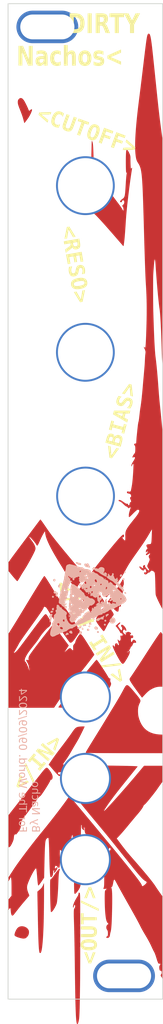
<source format=kicad_pcb>
(kicad_pcb (version 20240108) (generator "pcbnew") (generator_version "8.0")
  (title_block (title "Front Plate") (date "2024-09-10") (rev "v0.2"))
  (layers (0 "F.Cu" signal) (31 "B.Cu" signal) (34 "B.Paste" user) (35 "F.Paste" user) (36 "B.SilkS" user "B.Silkscreen") (37 "F.SilkS" user "F.Silkscreen") (38 "B.Mask" user) (39 "F.Mask" user) (44 "Edge.Cuts" user))
  (net 0 "")
  (footprint "" (layer "F.Cu") (at 148.25 146.999695)
    (property "Reference" "" (at 0 0 0) (layer "F.SilkS") (effects (font (size 1.27 1.27))))
    (property "Value" "")
    (pad "" thru_hole circle (at 0 0) (size 6.6 6.6) (drill oval 6.1) (layers "*.Cu" "*.Mask"))
  )
  (footprint "" (layer "F.Cu") (at 148.25 81.5)
    (property "Reference" "" (at 0 0 0) (layer "F.SilkS") (effects (font (size 1.27 1.27))))
    (property "Value" "")
    (pad "" thru_hole circle (at 0 0) (size 7.6 7.6) (drill oval 7.1) (layers "*.Cu" "*.Mask"))
  )
  (footprint "" (layer "F.Cu") (at 148.25 59.99)
    (property "Reference" "" (at 0 0 0) (layer "F.SilkS") (effects (font (size 1.27 1.27))))
    (property "Value" "")
    (pad "" thru_hole circle (at 0 0) (size 7.6 7.6) (drill oval 7.1) (layers "*.Cu" "*.Mask"))
  )
  (footprint "" (layer "F.Cu") (at 148.26 136.509695)
    (property "Reference" "" (at 0 0 0) (layer "F.SilkS") (effects (font (size 1.27 1.27))))
    (property "Value" "")
    (pad "" thru_hole circle (at 0 0) (size 6.6 6.6) (drill oval 6.1) (layers "*.Cu" "*.Mask"))
  )
  (footprint "" (layer "F.Cu") (at 148.27 100.06)
    (property "Reference" "" (at 0 0 0) (layer "F.SilkS") (effects (font (size 1.27 1.27))))
    (property "Value" "")
    (pad "" thru_hole circle (at 0 0) (size 7.6 7.6) (drill oval 7.1) (layers "*.Cu" "*.Mask"))
  )
  (footprint "SVG PCB:DirtNacho" (layer "F.Cu") (at 148.16 115.49)
    (property "Reference" "Ref**" (hide yes))
    (property "Value" "Val**" (hide yes))
  )
  (footprint "SVG FRONT PLATE:drawing" (layer "F.Cu") (at 148.25 104.25)
    (property "Reference" "Ref**" (hide yes))
    (property "Value" "Val**" (hide yes))
    (fp_poly (pts (xy -8.064289 51.3515) (xy -7.888761 51.392433) (xy -7.723455 51.462329) (xy -7.575073 51.558989) (xy -7.450316 51.680209) (xy -7.355887 51.823788) (xy -7.353166 51.829288) (xy -7.310211 51.960722) (xy -7.296583 52.111225) (xy -7.311395 52.270213) (xy -7.353759 52.427103) (xy -7.414171 52.556833) (xy -7.471514 52.638665) (xy -7.548015 52.725279) (xy -7.631473 52.804423) (xy -7.709687 52.863845) (xy -7.733826 52.877851) (xy -7.823711 52.909387) (xy -7.935582 52.9273) (xy -8.050601 52.929169) (xy -8.09625 52.92445) (xy -8.276495 52.892457) (xy -8.454875 52.851101) (xy -8.625299 52.80258) (xy -8.781672 52.749093) (xy -8.917901 52.692841) (xy -9.027895 52.636023) (xy -9.105558 52.580838) (xy -9.13377 52.549905) (xy -9.157479 52.496037) (xy -9.162281 52.424754) (xy -9.147605 52.330312) (xy -9.112882 52.206968) (xy -9.094099 52.15071) (xy -9.010082 51.940663) (xy -8.913448 51.758856) (xy -8.806714 51.60888) (xy -8.692396 51.494325) (xy -8.585174 51.424512) (xy -8.419197 51.365338) (xy -8.243335 51.341735) (xy -8.064289 51.3515)) (stroke (width 0.01)) (fill solid) (layer "F.Cu"))
    (fp_poly (pts (xy -8.291058 -55.566738) (xy -8.190541 -55.520478) (xy -8.086847 -55.43298) (xy -7.979026 -55.303927) (xy -7.938912 -55.247079) (xy -7.896113 -55.17771) (xy -7.840059 -55.077534) (xy -7.774671 -54.954434) (xy -7.703873 -54.816294) (xy -7.631587 -54.670997) (xy -7.561738 -54.526427) (xy -7.498247 -54.390468) (xy -7.445038 -54.271002) (xy -7.406538 -54.177236) (xy -7.355166 -54.050833) (xy -7.31322 -53.965151) (xy -7.280439 -53.919701) (xy -7.264054 -53.9115) (xy -7.241203 -53.924276) (xy -7.19544 -53.958107) (xy -7.135781 -54.00625) (xy -7.122583 -54.017333) (xy -7.039041 -54.082374) (xy -6.978712 -54.115323) (xy -6.938282 -54.117079) (xy -6.914436 -54.088541) (xy -6.910194 -54.074907) (xy -6.910207 -54.014313) (xy -6.930511 -53.923892) (xy -6.968565 -53.809468) (xy -7.021833 -53.676864) (xy -7.087774 -53.531904) (xy -7.163851 -53.380411) (xy -7.247525 -53.228209) (xy -7.336257 -53.081121) (xy -7.358508 -53.046484) (xy -7.40236 -52.981701) (xy -7.460271 -52.899855) (xy -7.527728 -52.80692) (xy -7.60022 -52.708875) (xy -7.673234 -52.611695) (xy -7.742258 -52.521357) (xy -7.80278 -52.443838) (xy -7.850288 -52.385113) (xy -7.88027 -52.351161) (xy -7.887977 -52.345167) (xy -7.901405 -52.36161) (xy -7.905421 -52.371625) (xy -7.91356 -52.400636) (xy -7.929978 -52.462751) (xy -7.952606 -52.550024) (xy -7.979375 -52.654508) (xy -7.992215 -52.705) (xy -8.038933 -52.88058) (xy -8.090321 -53.05585) (xy -8.148729 -53.237661) (xy -8.216507 -53.432868) (xy -8.296003 -53.648321) (xy -8.389567 -53.890875) (xy -8.458128 -54.064028) (xy -8.538206 -54.267452) (xy -8.602402 -54.437737) (xy -8.652272 -54.580316) (xy -8.689374 -54.700625) (xy -8.715266 -54.804097) (xy -8.731503 -54.896168) (xy -8.739644 -54.982271) (xy -8.741368 -55.052594) (xy -8.731405 -55.190088) (xy -8.699272 -55.301174) (xy -8.640258 -55.39801) (xy -8.583057 -55.461246) (xy -8.486366 -55.536806) (xy -8.38935 -55.572075) (xy -8.291058 -55.566738)) (stroke (width 0.01)) (fill solid) (layer "F.Cu"))
    (fp_poly (pts (xy -3.32275 43.943876) (xy -3.308356 43.953808) (xy -3.306657 43.979333) (xy -3.317868 44.027667) (xy -3.342202 44.106032) (xy -3.355715 44.147577) (xy -3.384195 44.248555) (xy -3.408818 44.366935) (xy -3.429967 44.506532) (xy -3.448026 44.671163) (xy -3.46338 44.864641) (xy -3.476412 45.090783) (xy -3.487508 45.353404) (xy -3.492723 45.508333) (xy -3.504728 45.852501) (xy -3.518931 46.189411) (xy -3.535077 46.515762) (xy -3.552909 46.828254) (xy -3.572171 47.123587) (xy -3.592608 47.398459) (xy -3.613965 47.649569) (xy -3.635985 47.873618) (xy -3.658412 48.067305) (xy -3.680991 48.227329) (xy -3.703466 48.35039) (xy -3.717367 48.407138) (xy -3.764394 48.542089) (xy -3.832929 48.698476) (xy -3.917011 48.865522) (xy -4.01068 49.032452) (xy -4.107976 49.188488) (xy -4.202939 49.322853) (xy -4.266615 49.400232) (xy -4.337643 49.469101) (xy -4.395861 49.504727) (xy -4.43822 49.505628) (xy -4.453462 49.491099) (xy -4.462001 49.457006) (xy -4.470838 49.384079) (xy -4.479853 49.275819) (xy -4.488927 49.135722) (xy -4.497939 48.967288) (xy -4.506771 48.774015) (xy -4.515301 48.559401) (xy -4.523411 48.326945) (xy -4.530981 48.080146) (xy -4.537891 47.8225) (xy -4.544022 47.557509) (xy -4.549252 47.288668) (xy -4.553464 47.019478) (xy -4.556537 46.753436) (xy -4.558351 46.49404) (xy -4.55863 46.4185) (xy -4.559174 46.17244) (xy -4.559033 45.965158) (xy -4.557859 45.793098) (xy -4.555306 45.652705) (xy -4.551026 45.540425) (xy -4.544673 45.452703) (xy -4.535899 45.385984) (xy -4.524358 45.336713) (xy -4.509703 45.301336) (xy -4.491587 45.276298) (xy -4.469662 45.258043) (xy -4.443921 45.243192) (xy -4.391402 45.203095) (xy -4.320347 45.128537) (xy -4.232777 45.022062) (xy -4.130714 44.886217) (xy -4.01618 44.723547) (xy -3.931712 44.598167) (xy -3.791552 44.393297) (xy -3.66794 44.226509) (xy -3.560995 44.097935) (xy -3.470832 44.007705) (xy -3.39757 43.955953) (xy -3.349625 43.942315) (xy -3.32275 43.943876)) (stroke (width 0.01)) (fill solid) (layer "F.Cu"))
    (fp_poly (pts (xy 2.847159 9.945411) (xy 2.943436 10.014256) (xy 3.00641 10.07354) (xy 3.076218 10.151484) (xy 3.160444 10.257333) (xy 3.252836 10.382047) (xy 3.347145 10.516586) (xy 3.437122 10.651907) (xy 3.516518 10.778971) (xy 3.579082 10.888736) (xy 3.603574 10.937432) (xy 3.637249 11.020233) (xy 3.649339 11.088939) (xy 3.637528 11.153523) (xy 3.5995 11.223958) (xy 3.532942 11.310217) (xy 3.511035 11.336049) (xy 3.444175 11.422728) (xy 3.382192 11.518649) (xy 3.330625 11.613564) (xy 3.295013 11.697224) (xy 3.280893 11.75938) (xy 3.28085 11.761997) (xy 3.271714 11.826791) (xy 3.241248 11.894145) (xy 3.184792 11.972404) (xy 3.125712 12.039886) (xy 3.065242 12.110023) (xy 3.006811 12.187999) (xy 2.946821 12.279733) (xy 2.881673 12.391144) (xy 2.807769 12.528151) (xy 2.721509 12.696673) (xy 2.698634 12.742333) (xy 2.60782 12.918939) (xy 2.530216 13.058663) (xy 2.466241 13.160846) (xy 2.416312 13.22483) (xy 2.380846 13.249954) (xy 2.377101 13.250333) (xy 2.344042 13.235885) (xy 2.298537 13.19956) (xy 2.280428 13.181542) (xy 2.230611 13.125307) (xy 2.161123 13.042129) (xy 2.077533 12.939052) (xy 1.98541 12.823118) (xy 1.890324 12.701369) (xy 1.797844 12.580848) (xy 1.71354 12.468598) (xy 1.67363 12.41425) (xy 1.574804 12.27472) (xy 1.500645 12.160312) (xy 1.447991 12.06425) (xy 1.413679 11.979757) (xy 1.394546 11.900055) (xy 1.38743 11.818367) (xy 1.387166 11.800417) (xy 1.389155 11.721168) (xy 1.398713 11.657062) (xy 1.42001 11.592213) (xy 1.45722 11.510732) (xy 1.470049 11.484797) (xy 1.522513 11.388774) (xy 1.5957 11.267815) (xy 1.685319 11.127985) (xy 1.787079 10.975348) (xy 1.89669 10.815971) (xy 2.009861 10.655916) (xy 2.122302 10.50125) (xy 2.229722 10.358037) (xy 2.32783 10.232342) (xy 2.412335 10.13023) (xy 2.478948 10.057765) (xy 2.481144 10.055604) (xy 2.580915 9.9706) (xy 2.671464 9.923773) (xy 2.758357 9.915313) (xy 2.847159 9.945411)) (stroke (width 0.01)) (fill solid) (layer "F.Cu"))
    (fp_poly (pts (xy 9.793079 13.403087) (xy 9.835265 13.457652) (xy 9.893376 13.544196) (xy 9.907069 13.56504) (xy 10.011834 13.724623) (xy 10.011861 17.069937) (xy 10.011889 20.41525) (xy 9.770995 20.408199) (xy 9.482865 20.418596) (xy 9.199204 20.467396) (xy 8.917363 20.555444) (xy 8.634695 20.683584) (xy 8.348552 20.852658) (xy 8.323 20.869602) (xy 8.224101 20.940083) (xy 8.12198 21.022169) (xy 8.012195 21.120028) (xy 7.890305 21.237824) (xy 7.751868 21.379722) (xy 7.592441 21.549889) (xy 7.560174 21.584928) (xy 7.483502 21.667329) (xy 7.416503 21.737352) (xy 7.364492 21.789599) (xy 7.332781 21.818669) (xy 7.326062 21.822833) (xy 7.310368 21.806409) (xy 7.272464 21.759641) (xy 7.215228 21.686285) (xy 7.141536 21.590098) (xy 7.054263 21.474834) (xy 6.956287 21.344251) (xy 6.850484 21.202105) (xy 6.843827 21.193125) (xy 6.616566 20.884552) (xy 6.416223 20.608426) (xy 6.2427 20.364605) (xy 6.095897 20.152945) (xy 5.975717 19.973302) (xy 5.88206 19.825534) (xy 5.814827 19.709497) (xy 5.797409 19.676135) (xy 5.749608 19.573232) (xy 5.724822 19.49143) (xy 5.724273 19.419538) (xy 5.749187 19.346365) (xy 5.800787 19.260719) (xy 5.850414 19.191438) (xy 5.891295 19.134081) (xy 5.952972 19.044687) (xy 6.033161 18.926708) (xy 6.129578 18.783598) (xy 6.23994 18.618807) (xy 6.361963 18.435787) (xy 6.493362 18.237991) (xy 6.631855 18.02887) (xy 6.775155 17.811876) (xy 6.920981 17.590461) (xy 7.067048 17.368077) (xy 7.211071 17.148177) (xy 7.350768 16.934211) (xy 7.483854 16.729633) (xy 7.608045 16.537893) (xy 7.682683 16.422146) (xy 7.89663 16.090401) (xy 8.105159 15.768454) (xy 8.306882 15.458388) (xy 8.500414 15.162287) (xy 8.684368 14.882232) (xy 8.857358 14.620308) (xy 9.017997 14.378597) (xy 9.164898 14.159182) (xy 9.296676 13.964146) (xy 9.411943 13.795571) (xy 9.509314 13.655542) (xy 9.587402 13.54614) (xy 9.644819 13.469449) (xy 9.663721 13.445954) (xy 9.70214 13.401934) (xy 9.73251 13.378161) (xy 9.760825 13.377567) (xy 9.793079 13.403087)) (stroke (width 0.01)) (fill solid) (layer "F.Cu"))
    (fp_poly (pts (xy -5.370393 45.81086) (xy -5.365877 45.867533) (xy -5.362108 45.960865) (xy -5.359066 46.088021) (xy -5.356729 46.246167) (xy -5.355076 46.43247) (xy -5.354083 46.644095) (xy -5.35373 46.878209) (xy -5.353996 47.131979) (xy -5.354857 47.402569) (xy -5.356294 47.687146) (xy -5.358283 47.982877) (xy -5.360803 48.286927) (xy -5.363834 48.596463) (xy -5.367352 48.908651) (xy -5.371336 49.220656) (xy -5.375765 49.529646) (xy -5.380617 49.832785) (xy -5.38587 50.127241) (xy -5.391502 50.410179) (xy -5.397492 50.678765) (xy -5.403819 50.930166) (xy -5.41046 51.161548) (xy -5.417393 51.370077) (xy -5.418607 51.40325) (xy -5.437318 51.862273) (xy -5.458243 52.292564) (xy -5.481255 52.69286) (xy -5.506226 53.061899) (xy -5.533031 53.398417) (xy -5.561542 53.701152) (xy -5.591631 53.968841) (xy -5.623172 54.200221) (xy -5.656038 54.394031) (xy -5.690101 54.549006) (xy -5.725235 54.663885) (xy -5.75274 54.723886) (xy -5.798413 54.777084) (xy -5.848977 54.797946) (xy -5.894947 54.784985) (xy -5.921551 54.750357) (xy -5.942384 54.691029) (xy -5.961782 54.606701) (xy -5.979864 54.495709) (xy -5.996745 54.356392) (xy -6.012544 54.187089) (xy -6.027377 53.986136) (xy -6.041361 53.751873) (xy -6.054613 53.482638) (xy -6.067251 53.176768) (xy -6.07939 52.832602) (xy -6.091149 52.448478) (xy -6.096105 52.271083) (xy -6.099992 52.122672) (xy -6.104434 51.943245) (xy -6.109362 51.736232) (xy -6.114704 51.505062) (xy -6.12039 51.253166) (xy -6.126351 50.983974) (xy -6.132515 50.700916) (xy -6.138814 50.407423) (xy -6.145176 50.106924) (xy -6.151532 49.802849) (xy -6.157812 49.498629) (xy -6.163944 49.197694) (xy -6.16986 48.903474) (xy -6.175488 48.619398) (xy -6.180759 48.348898) (xy -6.185602 48.095403) (xy -6.189948 47.862343) (xy -6.193726 47.653149) (xy -6.196866 47.471251) (xy -6.199297 47.320078) (xy -6.200951 47.20306) (xy -6.201755 47.123629) (xy -6.201824 47.103972) (xy -6.201833 46.868695) (xy -6.037792 46.733776) (xy -5.864972 46.583872) (xy -5.726413 46.445218) (xy -5.617619 46.31203) (xy -5.534096 46.178519) (xy -5.471351 46.0389) (xy -5.450131 45.977105) (xy -5.423162 45.897562) (xy -5.398323 45.834455) (xy -5.379804 45.798112) (xy -5.375679 45.793679) (xy -5.370393 45.81086)) (stroke (width 0.01)) (fill solid) (layer "F.Cu"))
    (fp_poly (pts (xy 0.228243 6.514244) (xy 0.267046 6.560262) (xy 0.326739 6.632897) (xy 0.404674 6.728826) (xy 0.498203 6.844725) (xy 0.60468 6.977273) (xy 0.721455 7.123145) (xy 0.845882 7.279019) (xy 0.975313 7.441571) (xy 1.1071 7.607479) (xy 1.238595 7.77342) (xy 1.367151 7.936069) (xy 1.49012 8.092106) (xy 1.604854 8.238205) (xy 1.708706 8.371044) (xy 1.799028 8.487301) (xy 1.835771 8.534902) (xy 1.946368 8.680587) (xy 2.051164 8.822474) (xy 2.14718 8.95621) (xy 2.231437 9.077444) (xy 2.300954 9.181822) (xy 2.352754 9.264992) (xy 2.383856 9.322601) (xy 2.391834 9.347266) (xy 2.38605 9.379482) (xy 2.367 9.425126) (xy 2.332132 9.488612) (xy 2.278893 9.574352) (xy 2.204732 9.68676) (xy 2.142199 9.779) (xy 2.096051 9.844996) (xy 2.032016 9.93429) (xy 1.953218 10.042701) (xy 1.862784 10.16605) (xy 1.763838 10.300159) (xy 1.659505 10.440849) (xy 1.55291 10.58394) (xy 1.447178 10.725253) (xy 1.345434 10.86061) (xy 1.250803 10.985831) (xy 1.16641 11.096738) (xy 1.09538 11.189151) (xy 1.040838 11.258891) (xy 1.005909 11.30178) (xy 0.994523 11.313775) (xy 0.969584 11.308743) (xy 0.957829 11.297475) (xy 0.941718 11.27248) (xy 0.907486 11.216277) (xy 0.858334 11.134229) (xy 0.797464 11.031701) (xy 0.728078 10.914055) (xy 0.676839 10.82675) (xy 0.586281 10.673924) (xy 0.485579 10.50697) (xy 0.382199 10.338068) (xy 0.283605 10.179401) (xy 0.197264 10.043149) (xy 0.183905 10.022417) (xy 0.030983 9.785134) (xy -0.102229 9.576782) (xy -0.219581 9.391123) (xy -0.324928 9.221919) (xy -0.422122 9.062932) (xy -0.515015 8.907924) (xy -0.60746 8.750657) (xy -0.695249 8.598921) (xy -0.767502 8.472858) (xy -0.832896 8.358033) (xy -0.888392 8.259837) (xy -0.930954 8.183663) (xy -0.957547 8.134902) (xy -0.965082 8.119842) (xy -0.955693 8.095725) (xy -0.923156 8.041742) (xy -0.870045 7.961648) (xy -0.798935 7.8592) (xy -0.712399 7.738152) (xy -0.613013 7.602262) (xy -0.576995 7.55367) (xy -0.467627 7.40643) (xy -0.356418 7.256379) (xy -0.248613 7.110619) (xy -0.149458 6.976251) (xy -0.064198 6.860377) (xy 0.001923 6.770097) (xy 0.011136 6.757458) (xy 0.077511 6.667429) (xy 0.135429 6.590976) (xy 0.180273 6.534032) (xy 0.207425 6.502527) (xy 0.212978 6.498167) (xy 0.228243 6.514244)) (stroke (width 0.01)) (fill solid) (layer "F.Cu"))
    (fp_poly (pts (xy 4.884796 6.460381) (xy 4.896824 6.516949) (xy 4.912534 6.598856) (xy 4.93029 6.697891) (xy 4.932434 6.710266) (xy 4.960603 6.909971) (xy 4.96974 7.074881) (xy 4.959742 7.208067) (xy 4.930504 7.312601) (xy 4.910704 7.351679) (xy 4.883432 7.401851) (xy 4.873071 7.442792) (xy 4.877662 7.492684) (xy 4.889696 7.546733) (xy 4.903589 7.633468) (xy 4.893477 7.68891) (xy 4.856631 7.718368) (xy 4.79695 7.727078) (xy 4.75435 7.729585) (xy 4.749324 7.737993) (xy 4.771226 7.753536) (xy 4.843746 7.809676) (xy 4.880881 7.869419) (xy 4.8895 7.928308) (xy 4.883755 7.990997) (xy 4.869814 8.040459) (xy 4.868706 8.042637) (xy 4.852497 8.091053) (xy 4.834393 8.176944) (xy 4.815085 8.295532) (xy 4.795263 8.442037) (xy 4.775618 8.611679) (xy 4.756841 8.799681) (xy 4.752719 8.844996) (xy 4.730909 9.060098) (xy 4.707462 9.234251) (xy 4.682112 9.368818) (xy 4.654594 9.465163) (xy 4.624642 9.524648) (xy 4.618904 9.53162) (xy 4.599409 9.566448) (xy 4.588068 9.62236) (xy 4.584539 9.70497) (xy 4.588482 9.819891) (xy 4.595313 9.92007) (xy 4.597094 9.985381) (xy 4.592413 10.032727) (xy 4.586884 10.046297) (xy 4.5567 10.057051) (xy 4.501785 10.06337) (xy 4.481421 10.063978) (xy 4.432863 10.068483) (xy 4.39621 10.084872) (xy 4.368703 10.118901) (xy 4.347586 10.176329) (xy 4.330103 10.262912) (xy 4.313495 10.384408) (xy 4.308724 10.424632) (xy 4.29527 10.524289) (xy 4.280231 10.61012) (xy 4.265538 10.67235) (xy 4.254249 10.700053) (xy 4.203174 10.730541) (xy 4.131659 10.726834) (xy 4.043176 10.689667) (xy 3.965787 10.638803) (xy 3.882606 10.571542) (xy 3.79382 10.491975) (xy 3.7334 10.432428) (xy 3.669974 10.363797) (xy 3.592576 10.276754) (xy 3.505109 10.176018) (xy 3.411475 10.066309) (xy 3.315577 9.952348) (xy 3.221317 9.838854) (xy 3.132596 9.730547) (xy 3.053319 9.632148) (xy 2.987385 9.548375) (xy 2.938699 9.483949) (xy 2.911162 9.443589) (xy 2.906513 9.432292) (xy 2.920398 9.410499) (xy 2.956366 9.357922) (xy 3.011859 9.278199) (xy 3.084318 9.174969) (xy 3.171184 9.051868) (xy 3.269899 8.912536) (xy 3.377904 8.76061) (xy 3.451758 8.656996) (xy 3.686344 8.326706) (xy 3.896096 8.028078) (xy 4.082153 7.759341) (xy 4.245649 7.518724) (xy 4.38772 7.304457) (xy 4.509502 7.114768) (xy 4.612131 6.947887) (xy 4.696743 6.802042) (xy 4.764474 6.675464) (xy 4.816459 6.56638) (xy 4.853835 6.47302) (xy 4.855359 6.468679) (xy 4.870194 6.439985) (xy 4.878085 6.437362) (xy 4.884796 6.460381)) (stroke (width 0.01)) (fill solid) (layer "F.Cu"))
    (fp_poly (pts (xy 5.46007 20.232446) (xy 5.464546 20.233774) (xy 5.525132 20.263282) (xy 5.603913 20.321534) (xy 5.701805 20.409467) (xy 5.81972 20.528019) (xy 5.958576 20.678127) (xy 6.119285 20.860728) (xy 6.302762 21.076761) (xy 6.395235 21.187833) (xy 6.562577 21.390292) (xy 6.704389 21.563589) (xy 6.822263 21.711067) (xy 6.917793 21.836068) (xy 6.99257 21.941934) (xy 7.048187 22.032008) (xy 7.086236 22.109632) (xy 7.108309 22.178148) (xy 7.115999 22.240898) (xy 7.110898 22.301226) (xy 7.094599 22.362473) (xy 7.068693 22.427981) (xy 7.034772 22.501093) (xy 7.0278 22.515607) (xy 6.941412 22.710925) (xy 6.877355 22.895734) (xy 6.833564 23.080692) (xy 6.807973 23.276457) (xy 6.798516 23.493686) (xy 6.801031 23.6855) (xy 6.811891 23.89843) (xy 6.831584 24.085159) (xy 6.862926 24.26139) (xy 6.908733 24.442826) (xy 6.971819 24.64517) (xy 6.974568 24.653402) (xy 7.107076 24.994462) (xy 7.265339 25.302215) (xy 7.44962 25.57685) (xy 7.660186 25.818557) (xy 7.8973 26.027526) (xy 8.161229 26.203944) (xy 8.452236 26.348003) (xy 8.770586 26.459891) (xy 9.116546 26.539796) (xy 9.490378 26.58791) (xy 9.699625 26.600574) (xy 10.011834 26.612649) (xy 10.011834 28.998333) (xy 6.027209 28.994852) (xy 5.602947 28.994398) (xy 5.180409 28.993786) (xy 4.762394 28.993025) (xy 4.351705 28.992128) (xy 3.95114 28.991104) (xy 3.563502 28.989966) (xy 3.191591 28.988723) (xy 2.838208 28.987387) (xy 2.506154 28.985969) (xy 2.19823 28.984479) (xy 1.917236 28.982928) (xy 1.665974 28.981328) (xy 1.447244 28.979689) (xy 1.263847 28.978023) (xy 1.118585 28.976339) (xy 1.061202 28.975495) (xy 0.838646 28.971468) (xy 0.637593 28.966976) (xy 0.461249 28.962136) (xy 0.312817 28.957065) (xy 0.1955 28.951878) (xy 0.112504 28.946691) (xy 0.067031 28.941621) (xy 0.059362 28.939162) (xy 0.054884 28.905721) (xy 0.076995 28.844487) (xy 0.083822 28.830657) (xy 0.117106 28.769755) (xy 0.172747 28.673639) (xy 0.250423 28.542841) (xy 0.349809 28.377891) (xy 0.470583 28.179321) (xy 0.612421 27.947661) (xy 0.775 27.683442) (xy 0.957996 27.387196) (xy 1.161085 27.059452) (xy 1.243759 26.926281) (xy 1.429319 26.627434) (xy 1.595045 26.360313) (xy 1.743514 26.120725) (xy 1.877298 25.904481) (xy 1.998974 25.707389) (xy 2.111116 25.525258) (xy 2.216299 25.353896) (xy 2.317098 25.189114) (xy 2.416088 25.026719) (xy 2.515843 24.862521) (xy 2.61894 24.692329) (xy 2.727952 24.511952) (xy 2.777415 24.430001) (xy 2.884559 24.252775) (xy 2.998587 24.064774) (xy 3.11426 23.874593) (xy 3.22634 23.690828) (xy 3.329587 23.522077) (xy 3.418762 23.376935) (xy 3.454674 23.318751) (xy 3.70688 22.908784) (xy 3.936915 22.530233) (xy 4.146743 22.179738) (xy 4.338328 21.853936) (xy 4.513636 21.549465) (xy 4.674631 21.262964) (xy 4.823278 20.99107) (xy 4.910288 20.828) (xy 4.997935 20.664419) (xy 5.070534 20.534715) (xy 5.131076 20.434467) (xy 5.18255 20.359253) (xy 5.227947 20.304654) (xy 5.270255 20.266246) (xy 5.305796 20.243153) (xy 5.354394 20.221298) (xy 5.398799 20.218144) (xy 5.46007 20.232446)) (stroke (width 0.01)) (fill solid) (layer "F.Cu"))
    (fp_poly (pts (xy 1.480361 16.957644) (xy 1.525112 17.009771) (xy 1.587607 17.090411) (xy 1.665396 17.195935) (xy 1.756032 17.322713) (xy 1.857065 17.467117) (xy 1.966047 17.625518) (xy 2.08053 17.794286) (xy 2.198064 17.969794) (xy 2.316201 18.148411) (xy 2.432492 18.32651) (xy 2.544489 18.500461) (xy 2.649743 18.666635) (xy 2.745806 18.821404) (xy 2.830228 18.961138) (xy 2.888266 19.060583) (xy 2.953978 19.173054) (xy 3.005223 19.253168) (xy 3.046863 19.306234) (xy 3.083759 19.337559) (xy 3.120772 19.352451) (xy 3.158997 19.3562) (xy 3.204879 19.359971) (xy 3.222552 19.378626) (xy 3.223086 19.425168) (xy 3.222683 19.431) (xy 3.214897 19.551343) (xy 3.211977 19.639275) (xy 3.214952 19.70454) (xy 3.224849 19.756885) (xy 3.242699 19.806058) (xy 3.267774 19.858349) (xy 3.3035 19.937113) (xy 3.319456 20.000611) (xy 3.320024 20.068345) (xy 3.318623 20.08467) (xy 3.308437 20.143918) (xy 3.287521 20.214021) (xy 3.254625 20.297134) (xy 3.208494 20.395413) (xy 3.147876 20.511012) (xy 3.071518 20.646086) (xy 2.978167 20.802791) (xy 2.86657 20.983281) (xy 2.735474 21.189712) (xy 2.583626 21.424237) (xy 2.409773 21.689014) (xy 2.215733 21.981583) (xy 2.052673 22.225939) (xy 1.910552 22.437087) (xy 1.787194 22.617284) (xy 1.680424 22.768789) (xy 1.588068 22.893862) (xy 1.507952 22.99476) (xy 1.4379 23.073742) (xy 1.375738 23.133066) (xy 1.319292 23.17499) (xy 1.266386 23.201775) (xy 1.214845 23.215677) (xy 1.162497 23.218955) (xy 1.107164 23.213868) (xy 1.046674 23.202675) (xy 1.041103 23.201488) (xy 0.898869 23.191174) (xy 0.746409 23.216516) (xy 0.593355 23.275783) (xy 0.575416 23.285088) (xy 0.458744 23.332854) (xy 0.353813 23.343141) (xy 0.253539 23.316388) (xy 0.232834 23.306326) (xy 0.186097 23.286534) (xy 0.123827 23.268526) (xy 0.043604 23.25212) (xy -0.056991 23.237136) (xy -0.180374 23.223394) (xy -0.328966 23.210713) (xy -0.505183 23.198913) (xy -0.711446 23.187813) (xy -0.950171 23.177233) (xy -1.223777 23.166992) (xy -1.534684 23.15691) (xy -1.885308 23.146806) (xy -1.915583 23.14598) (xy -2.140132 23.139953) (xy -2.357068 23.134283) (xy -2.561746 23.129083) (xy -2.74952 23.124463) (xy -2.915742 23.120534) (xy -3.055767 23.117408) (xy -3.164948 23.115195) (xy -3.238639 23.114006) (xy -3.259666 23.113833) (xy -3.367699 23.112114) (xy -3.436808 23.104604) (xy -3.470385 23.086741) (xy -3.471822 23.053963) (xy -3.444512 23.001706) (xy -3.395719 22.930834) (xy -3.336571 22.85023) (xy -3.252579 22.73919) (xy -3.14565 22.600089) (xy -3.017687 22.435303) (xy -2.870595 22.247209) (xy -2.70628 22.038182) (xy -2.526644 21.810599) (xy -2.333594 21.566837) (xy -2.129033 21.30927) (xy -1.914867 21.040275) (xy -1.692999 20.762228) (xy -1.465335 20.477506) (xy -1.233779 20.188485) (xy -1.000236 19.89754) (xy -0.766611 19.607048) (xy -0.534807 19.319385) (xy -0.30673 19.036927) (xy -0.084284 18.76205) (xy 0.130626 18.497131) (xy 0.336096 18.244545) (xy 0.53022 18.006668) (xy 0.711095 17.785877) (xy 0.876816 17.584548) (xy 1.025477 17.405058) (xy 1.155175 17.249781) (xy 1.213072 17.181074) (xy 1.29457 17.087462) (xy 1.364093 17.013003) (xy 1.417393 16.961956) (xy 1.450222 16.93858) (xy 1.455801 16.937657) (xy 1.480361 16.957644)) (stroke (width 0.01)) (fill solid) (layer "F.Cu"))
    (fp_poly (pts (xy -0.781743 47.014058) (xy -0.754096 47.025028) (xy -0.733977 47.050192) (xy -0.719397 47.095343) (xy -0.708362 47.166275) (xy -0.698881 47.268781) (xy -0.690575 47.384784) (xy -0.687911 47.446141) (xy -0.685422 47.547639) (xy -0.683108 47.687087) (xy -0.680969 47.862292) (xy -0.679003 48.071063) (xy -0.67721 48.311207) (xy -0.675589 48.580535) (xy -0.674139 48.876852) (xy -0.672859 49.197968) (xy -0.671749 49.541691) (xy -0.670808 49.905829) (xy -0.670035 50.28819) (xy -0.669428 50.686583) (xy -0.668988 51.098815) (xy -0.668713 51.522695) (xy -0.668603 51.956031) (xy -0.668657 52.396632) (xy -0.668874 52.842305) (xy -0.669253 53.290858) (xy -0.669793 53.740101) (xy -0.670494 54.187841) (xy -0.671355 54.631886) (xy -0.672375 55.070044) (xy -0.673553 55.500124) (xy -0.674888 55.919934) (xy -0.676379 56.327283) (xy -0.678027 56.719977) (xy -0.679829 57.095827) (xy -0.681785 57.452639) (xy -0.683895 57.788222) (xy -0.686157 58.100384) (xy -0.68857 58.386933) (xy -0.691135 58.645678) (xy -0.693849 58.874427) (xy -0.694865 58.949167) (xy -0.702156 59.455365) (xy -0.709184 59.921129) (xy -0.716015 60.348355) (xy -0.722717 60.738941) (xy -0.729355 61.094783) (xy -0.735998 61.417778) (xy -0.74271 61.709824) (xy -0.74956 61.972818) (xy -0.756614 62.208656) (xy -0.763939 62.419237) (xy -0.771601 62.606457) (xy -0.779667 62.772213) (xy -0.788204 62.918402) (xy -0.797278 63.046922) (xy -0.806956 63.159669) (xy -0.817306 63.258541) (xy -0.828393 63.345435) (xy -0.840285 63.422247) (xy -0.853047 63.490876) (xy -0.85492 63.5) (xy -0.89418 63.673229) (xy -0.931644 63.805202) (xy -0.967822 63.896932) (xy -1.003223 63.949434) (xy -1.038359 63.963722) (xy -1.07374 63.94081) (xy -1.075572 63.938649) (xy -1.094332 63.907781) (xy -1.112154 63.860766) (xy -1.129086 63.796428) (xy -1.145173 63.713591) (xy -1.160463 63.611077) (xy -1.175001 63.48771) (xy -1.188835 63.342314) (xy -1.202011 63.173711) (xy -1.214575 62.980725) (xy -1.226575 62.762179) (xy -1.238056 62.516897) (xy -1.249065 62.243702) (xy -1.259649 61.941416) (xy -1.269855 61.608865) (xy -1.279728 61.24487) (xy -1.289315 60.848255) (xy -1.298664 60.417843) (xy -1.30782 59.952459) (xy -1.31683 59.450924) (xy -1.325741 58.912063) (xy -1.334599 58.334698) (xy -1.343451 57.717654) (xy -1.352343 57.059753) (xy -1.354621 56.885417) (xy -1.363181 56.244787) (xy -1.371941 55.625664) (xy -1.38087 55.029607) (xy -1.389937 54.458175) (xy -1.399111 53.912927) (xy -1.40836 53.395423) (xy -1.417654 52.907222) (xy -1.426961 52.449884) (xy -1.436252 52.024967) (xy -1.445493 51.634032) (xy -1.454655 51.278636) (xy -1.463707 50.960341) (xy -1.472617 50.680705) (xy -1.481354 50.441288) (xy -1.484416 50.366083) (xy -1.49064 50.193594) (xy -1.495231 50.015839) (xy -1.498057 49.843007) (xy -1.498984 49.68529) (xy -1.497878 49.552879) (xy -1.495952 49.483853) (xy -1.488705 49.341265) (xy -1.478669 49.232687) (xy -1.463831 49.1498) (xy -1.44218 49.084288) (xy -1.411704 49.027833) (xy -1.372939 48.975253) (xy -1.33736 48.906954) (xy -1.317478 48.819266) (xy -1.314792 48.728861) (xy -1.330799 48.652407) (xy -1.341971 48.630669) (xy -1.373131 48.592749) (xy -1.397799 48.5775) (xy -1.427489 48.596497) (xy -1.459516 48.646164) (xy -1.488683 48.715513) (xy -1.50979 48.793557) (xy -1.514819 48.824812) (xy -1.528713 48.899465) (xy -1.54636 48.93259) (xy -1.567441 48.923941) (xy -1.588485 48.881825) (xy -1.599786 48.803868) (xy -1.588071 48.696131) (xy -1.555123 48.563142) (xy -1.502726 48.40943) (xy -1.432663 48.239522) (xy -1.346718 48.057947) (xy -1.246676 47.869233) (xy -1.134319 47.677908) (xy -1.080914 47.59325) (xy -1.010343 47.481064) (xy -0.960096 47.392349) (xy -0.925646 47.316303) (xy -0.902466 47.242127) (xy -0.886027 47.159021) (xy -0.879053 47.111708) (xy -0.867634 47.049957) (xy -0.851496 47.020059) (xy -0.824369 47.011564) (xy -0.818911 47.011491) (xy -0.781743 47.014058)) (stroke (width 0.01)) (fill solid) (layer "F.Cu"))
    (fp_poly (pts (xy -4.955295 30.88654) (xy -4.915127 30.904141) (xy -4.8689 30.94169) (xy -4.812079 30.999272) (xy -4.670367 31.162593) (xy -4.541688 31.337101) (xy -4.430614 31.515035) (xy -4.341714 31.68863) (xy -4.279557 31.850126) (xy -4.255796 31.944214) (xy -4.242966 32.078368) (xy -4.253775 32.205691) (xy -4.286463 32.314699) (xy -4.321671 32.374277) (xy -4.361197 32.412585) (xy -4.404332 32.419949) (xy -4.426289 32.416211) (xy -4.47329 32.412427) (xy -4.495841 32.432169) (xy -4.499294 32.441523) (xy -4.532884 32.527139) (xy -4.590848 32.645673) (xy -4.672497 32.795925) (xy -4.777141 32.976698) (xy -4.904093 33.18679) (xy -5.052662 33.425005) (xy -5.172251 33.612667) (xy -5.31451 33.83177) (xy -5.442803 34.024511) (xy -5.556001 34.189336) (xy -5.652976 34.324693) (xy -5.732597 34.429026) (xy -5.793735 34.500784) (xy -5.835261 34.538414) (xy -5.849432 34.544) (xy -5.881485 34.560355) (xy -5.933703 34.606116) (xy -6.001527 34.676325) (xy -6.080399 34.766024) (xy -6.165758 34.870257) (xy -6.248478 34.977917) (xy -6.300121 35.04808) (xy -6.371822 35.146629) (xy -6.459152 35.26742) (xy -6.557682 35.404306) (xy -6.662984 35.55114) (xy -6.77063 35.701776) (xy -6.821523 35.773195) (xy -6.935625 35.932583) (xy -7.05588 36.098998) (xy -7.176515 36.264556) (xy -7.291755 36.421375) (xy -7.395825 36.561572) (xy -7.48295 36.677264) (xy -7.50378 36.704528) (xy -7.666518 36.916719) (xy -7.805558 37.098893) (xy -7.922863 37.254703) (xy -8.020396 37.3878) (xy -8.100121 37.501837) (xy -8.164001 37.600466) (xy -8.213999 37.687339) (xy -8.252079 37.766108) (xy -8.280203 37.840425) (xy -8.300336 37.913943) (xy -8.31444 37.990313) (xy -8.324479 38.073188) (xy -8.332415 38.16622) (xy -8.339155 38.258494) (xy -8.352178 38.408991) (xy -8.368461 38.52871) (xy -8.39071 38.6292) (xy -8.421628 38.722013) (xy -8.463919 38.8187) (xy -8.476219 38.844087) (xy -8.519116 38.920975) (xy -8.577786 39.01176) (xy -8.647299 39.110274) (xy -8.722721 39.210347) (xy -8.799122 39.305808) (xy -8.871568 39.390488) (xy -8.935128 39.458216) (xy -8.98487 39.502823) (xy -9.01506 39.518167) (xy -9.028942 39.513056) (xy -9.030446 39.491997) (xy -9.018581 39.446399) (xy -9.000392 39.391167) (xy -9.005322 39.383331) (xy -9.030669 39.400317) (xy -9.069165 39.434923) (xy -9.113542 39.479945) (xy -9.156531 39.528181) (xy -9.190864 39.572427) (xy -9.203313 39.59225) (xy -9.22356 39.651656) (xy -9.240218 39.745633) (xy -9.251924 39.866476) (xy -9.251987 39.867417) (xy -9.277672 40.074218) (xy -9.323531 40.248417) (xy -9.368562 40.368903) (xy -9.425273 40.502583) (xy -9.488739 40.639367) (xy -9.554035 40.769161) (xy -9.616234 40.881876) (xy -9.670411 40.96742) (xy -9.682517 40.983888) (xy -9.750662 41.059709) (xy -9.819098 41.113651) (xy -9.881439 41.142787) (xy -9.931302 41.144191) (xy -9.9623 41.114936) (xy -9.963258 41.112569) (xy -9.9667 41.074619) (xy -9.962591 41.009406) (xy -9.95201 40.932259) (xy -9.933887 40.802335) (xy -9.927342 40.695318) (xy -9.932278 40.61644) (xy -9.948596 40.57093) (xy -9.958916 40.562988) (xy -9.964659 40.55692) (xy -9.969678 40.541667) (xy -9.97402 40.514612) (xy -9.977733 40.473135) (xy -9.980864 40.414619) (xy -9.98346 40.336443) (xy -9.985568 40.235991) (xy -9.987237 40.110643) (xy -9.988513 39.957781) (xy -9.989444 39.774786) (xy -9.990077 39.55904) (xy -9.990459 39.307924) (xy -9.990637 39.018819) (xy -9.990666 38.806189) (xy -9.990666 37.061573) (xy -8.661301 35.363578) (xy -8.455432 35.100561) (xy -8.241763 34.827462) (xy -8.023711 34.548656) (xy -7.804695 34.268518) (xy -7.588132 33.991423) (xy -7.377439 33.721744) (xy -7.176034 33.463856) (xy -6.987335 33.222135) (xy -6.814761 33.000953) (xy -6.661727 32.804686) (xy -6.540898 32.649583) (xy -6.335972 32.386542) (xy -6.155078 32.154758) (xy -5.996387 31.95197) (xy -5.85807 31.775921) (xy -5.738296 31.624352) (xy -5.635237 31.495003) (xy -5.547062 31.385615) (xy -5.471943 31.293929) (xy -5.408049 31.217687) (xy -5.353552 31.15463) (xy -5.306621 31.102498) (xy -5.265428 31.059033) (xy -5.228142 31.021975) (xy -5.205052 31.000177) (xy -5.135739 30.938958) (xy -5.084597 30.902905) (xy -5.041172 30.885995) (xy -5.000203 30.882167) (xy -4.955295 30.88654)) (stroke (width 0.01)) (fill solid) (layer "F.Cu"))
    (fp_poly (pts (xy -5.799211 -1.143868) (xy -5.766983 -1.109287) (xy -5.722424 -1.054641) (xy -5.664208 -0.978108) (xy -5.591014 -0.877865) (xy -5.501517 -0.75209) (xy -5.394394 -0.598959) (xy -5.268321 -0.416652) (xy -5.121974 -0.203343) (xy -4.95403 0.042787) (xy -4.889522 0.137583) (xy -4.783927 0.290676) (xy -4.670206 0.451185) (xy -4.547138 0.620628) (xy -4.413504 0.800523) (xy -4.268083 0.992386) (xy -4.109656 1.197736) (xy -3.937003 1.41809) (xy -3.748904 1.654965) (xy -3.544139 1.90988) (xy -3.321487 2.184351) (xy -3.07973 2.479897) (xy -2.817647 2.798034) (xy -2.534019 3.140281) (xy -2.227624 3.508155) (xy -1.897245 3.903174) (xy -1.541659 4.326854) (xy -1.159648 4.780715) (xy -1.103637 4.847167) (xy -0.938072 5.04356) (xy -0.77998 5.23108) (xy -0.631555 5.407129) (xy -0.494985 5.56911) (xy -0.372461 5.714423) (xy -0.266176 5.84047) (xy -0.178318 5.944654) (xy -0.11108 6.024377) (xy -0.066651 6.077039) (xy -0.047223 6.100044) (xy -0.046983 6.100327) (xy -0.039405 6.114358) (xy -0.040315 6.133562) (xy -0.052467 6.162124) (xy -0.078615 6.204234) (xy -0.121514 6.264076) (xy -0.18392 6.34584) (xy -0.268585 6.453713) (xy -0.332433 6.534243) (xy -0.4938 6.738989) (xy -0.630023 6.915646) (xy -0.743795 7.068019) (xy -0.837806 7.199915) (xy -0.914749 7.315139) (xy -0.977316 7.417498) (xy -1.028198 7.510796) (xy -1.040481 7.535333) (xy -1.098773 7.649403) (xy -1.145907 7.727602) (xy -1.186407 7.773381) (xy -1.224796 7.790194) (xy -1.265597 7.78149) (xy -1.313333 7.750721) (xy -1.317988 7.747095) (xy -1.369748 7.695596) (xy -1.438778 7.610085) (xy -1.522777 7.494086) (xy -1.619441 7.351123) (xy -1.726468 7.184722) (xy -1.841556 6.998406) (xy -1.962401 6.795701) (xy -2.086703 6.58013) (xy -2.126977 6.50875) (xy -2.282736 6.231942) (xy -2.421695 5.9867) (xy -2.547184 5.767347) (xy -2.66253 5.568206) (xy -2.771061 5.3836) (xy -2.876106 5.207852) (xy -2.980992 5.035286) (xy -3.089047 4.860224) (xy -3.161727 4.743736) (xy -3.450842 4.27747) (xy -3.714588 3.842439) (xy -3.953997 3.436786) (xy -4.170101 3.058652) (xy -4.363931 2.706182) (xy -4.536518 2.377516) (xy -4.688894 2.070797) (xy -4.822091 1.784168) (xy -4.884983 1.640417) (xy -4.980651 1.407465) (xy -5.056262 1.200544) (xy -5.114394 1.009913) (xy -5.157622 0.825828) (xy -5.188524 0.638546) (xy -5.209677 0.438324) (xy -5.212499 0.402167) (xy -5.215629 0.371463) (xy -5.222135 0.357784) (xy -5.236178 0.36492) (xy -5.261922 0.396666) (xy -5.303528 0.456815) (xy -5.351851 0.529167) (xy -5.421078 0.64079) (xy -5.501815 0.783644) (xy -5.589938 0.949617) (xy -5.681325 1.1306) (xy -5.771853 1.318482) (xy -5.857397 1.505151) (xy -5.913417 1.633843) (xy -5.983142 1.79395) (xy -6.046867 1.932017) (xy -6.102331 2.043471) (xy -6.147271 2.123738) (xy -6.175741 2.164292) (xy -6.217385 2.196403) (xy -6.25712 2.192054) (xy -6.298695 2.14945) (xy -6.335089 2.08798) (xy -6.381922 2.009116) (xy -6.447084 1.914623) (xy -6.526673 1.808836) (xy -6.616787 1.696091) (xy -6.713524 1.580722) (xy -6.812983 1.467066) (xy -6.911261 1.359457) (xy -7.004456 1.262231) (xy -7.088666 1.179722) (xy -7.15999 1.116268) (xy -7.214525 1.076202) (xy -7.248369 1.06386) (xy -7.254353 1.066631) (xy -7.257547 1.091084) (xy -7.238698 1.138269) (xy -7.196524 1.210293) (xy -7.129742 1.309261) (xy -7.037071 1.437278) (xy -6.991386 1.49853) (xy -6.848826 1.694056) (xy -6.733416 1.865523) (xy -6.64192 2.01835) (xy -6.571105 2.157956) (xy -6.517736 2.28976) (xy -6.515801 2.295285) (xy -6.478337 2.416184) (xy -6.460321 2.516008) (xy -6.460525 2.610623) (xy -6.477721 2.715893) (xy -6.481827 2.734177) (xy -6.505349 2.8077) (xy -6.548612 2.913441) (xy -6.609445 3.047397) (xy -6.685679 3.205564) (xy -6.775144 3.383937) (xy -6.875671 3.578512) (xy -6.985091 3.785285) (xy -7.101234 4.000252) (xy -7.221931 4.219409) (xy -7.345012 4.438751) (xy -7.468307 4.654275) (xy -7.589648 4.861976) (xy -7.706864 5.05785) (xy -7.817787 5.237894) (xy -7.920246 5.398102) (xy -7.947769 5.439833) (xy -8.035154 5.574259) (xy -8.133648 5.730633) (xy -8.233915 5.893835) (xy -8.326617 6.048746) (xy -8.372614 6.12775) (xy -8.490111 6.329344) (xy -8.5905 6.495397) (xy -8.673457 6.625425) (xy -8.73866 6.718942) (xy -8.78579 6.775462) (xy -8.814522 6.7945) (xy -8.814591 6.7945) (xy -8.83889 6.778479) (xy -8.887184 6.732328) (xy -8.95695 6.658911) (xy -9.045661 6.561094) (xy -9.150792 6.441742) (xy -9.269819 6.30372) (xy -9.400215 6.149893) (xy -9.539456 5.983127) (xy -9.678458 5.814308) (xy -9.990666 5.432576) (xy -9.990666 4.425414) (xy -9.783271 4.133582) (xy -9.695991 4.011187) (xy -9.599722 3.876876) (xy -9.504563 3.744697) (xy -9.420614 3.628701) (xy -9.398524 3.598333) (xy -9.362255 3.549033) (xy -9.303906 3.470342) (xy -9.225246 3.36462) (xy -9.128043 3.234226) (xy -9.014067 3.081522) (xy -8.885086 2.908866) (xy -8.742869 2.718619) (xy -8.589186 2.513142) (xy -8.425805 2.294794) (xy -8.254496 2.065936) (xy -8.077027 1.828927) (xy -7.895167 1.586128) (xy -7.710685 1.339898) (xy -7.52535 1.092599) (xy -7.340931 0.84659) (xy -7.159197 0.604231) (xy -6.981918 0.367882) (xy -6.810861 0.139904) (xy -6.647796 -0.077344) (xy -6.494491 -0.281501) (xy -6.352717 -0.470207) (xy -6.224241 -0.641103) (xy -6.110833 -0.791827) (xy -6.014262 -0.92002) (xy -5.936296 -1.023322) (xy -5.878705 -1.099373) (xy -5.843257 -1.145812) (xy -5.831966 -1.160128) (xy -5.820431 -1.160208) (xy -5.799211 -1.143868)) (stroke (width 0.01)) (fill solid) (layer "F.Cu"))
    (fp_poly (pts (xy -0.164843 25.552739) (xy -0.117718 25.558478) (xy -0.105833 25.565407) (xy -0.11501 25.59354) (xy -0.140948 25.65453) (xy -0.181259 25.743478) (xy -0.233554 25.855488) (xy -0.295446 25.985659) (xy -0.364546 26.129095) (xy -0.438465 26.280898) (xy -0.514816 26.43617) (xy -0.591209 26.590012) (xy -0.665258 26.737526) (xy -0.734573 26.873816) (xy -0.796766 26.993982) (xy -0.849449 27.093126) (xy -0.861893 27.115947) (xy -0.932656 27.242556) (xy -1.018985 27.393504) (xy -1.114113 27.557167) (xy -1.211271 27.721921) (xy -1.303692 27.876142) (xy -1.323869 27.909398) (xy -1.414729 28.060173) (xy -1.512454 28.224796) (xy -1.610137 28.391462) (xy -1.700866 28.548367) (xy -1.777734 28.683704) (xy -1.792181 28.709559) (xy -2.048086 29.148753) (xy -2.32952 29.59425) (xy -2.626172 30.029826) (xy -2.674021 30.097041) (xy -2.748552 30.202866) (xy -2.812505 30.297116) (xy -2.86245 30.374442) (xy -2.894956 30.429497) (xy -2.906593 30.456932) (xy -2.906025 30.458719) (xy -2.8804 30.466677) (xy -2.819817 30.47975) (xy -2.731187 30.496767) (xy -2.621415 30.516558) (xy -2.49741 30.537954) (xy -2.366081 30.559786) (xy -2.234335 30.580884) (xy -2.109079 30.600079) (xy -1.997222 30.616201) (xy -1.905672 30.628081) (xy -1.905555 30.628095) (xy -1.69652 30.64641) (xy -1.525997 30.647283) (xy -1.393924 30.630708) (xy -1.300239 30.596678) (xy -1.259309 30.564548) (xy -1.221265 30.527971) (xy -1.205523 30.52648) (xy -1.211981 30.559242) (xy -1.240537 30.625422) (xy -1.275113 30.694041) (xy -1.365006 30.865748) (xy -1.375711 31.172218) (xy -1.380234 31.292286) (xy -1.384909 31.377389) (xy -1.391066 31.434882) (xy -1.400036 31.472117) (xy -1.413151 31.496446) (xy -1.431739 31.515223) (xy -1.438844 31.521084) (xy -1.491964 31.550579) (xy -1.55442 31.551697) (xy -1.565844 31.549774) (xy -1.640207 31.536803) (xy -1.718798 31.524046) (xy -1.722905 31.523413) (xy -1.805394 31.510757) (xy -1.792363 31.60392) (xy -1.780861 31.67691) (xy -1.76849 31.742389) (xy -1.765615 31.755292) (xy -1.761109 31.797701) (xy -1.776276 31.810377) (xy -1.813781 31.79277) (xy -1.876289 31.744334) (xy -1.894416 31.728833) (xy -1.953011 31.683513) (xy -2.004659 31.652788) (xy -2.032087 31.644167) (xy -2.078079 31.662814) (xy -2.113225 31.709904) (xy -2.133845 31.772153) (xy -2.136257 31.836282) (xy -2.11678 31.889009) (xy -2.103723 31.902624) (xy -2.018448 31.977052) (xy -1.96768 32.037308) (xy -1.947886 32.08779) (xy -1.947333 32.097218) (xy -1.962685 32.144311) (xy -2.009255 32.164687) (xy -2.087815 32.158524) (xy -2.147429 32.143135) (xy -2.208065 32.126607) (xy -2.249684 32.118701) (xy -2.260269 32.11938) (xy -2.257886 32.141735) (xy -2.245381 32.170129) (xy -2.224184 32.250332) (xy -2.237962 32.34862) (xy -2.272356 32.437917) (xy -2.316472 32.516292) (xy -2.376651 32.602368) (xy -2.444077 32.685412) (xy -2.509933 32.754688) (xy -2.565402 32.799463) (xy -2.57279 32.803671) (xy -2.60989 32.819588) (xy -2.622947 32.806577) (xy -2.62431 32.771968) (xy -2.616276 32.726198) (xy -2.595122 32.654328) (xy -2.564756 32.569014) (xy -2.550583 32.533167) (xy -2.506959 32.420399) (xy -2.483548 32.340107) (xy -2.48154 32.286947) (xy -2.502122 32.255576) (xy -2.546482 32.240652) (xy -2.61581 32.236833) (xy -2.616494 32.236833) (xy -2.70832 32.225114) (xy -2.794236 32.19383) (xy -2.864563 32.148793) (xy -2.909617 32.095816) (xy -2.921 32.054039) (xy -2.904611 32.011418) (xy -2.854556 31.989497) (xy -2.769507 31.987984) (xy -2.6773 32.000919) (xy -2.553853 32.020001) (xy -2.464749 32.022097) (xy -2.404067 32.003303) (xy -2.36589 31.959714) (xy -2.344298 31.887424) (xy -2.333371 31.78253) (xy -2.332842 31.773686) (xy -2.331848 31.661722) (xy -2.341558 31.567286) (xy -2.360443 31.497355) (xy -2.386979 31.458906) (xy -2.402858 31.453667) (xy -2.442091 31.472889) (xy -2.474767 31.522784) (xy -2.494701 31.591692) (xy -2.497991 31.633001) (xy -2.504293 31.713494) (xy -2.524108 31.756402) (xy -2.559941 31.76502) (xy -2.590712 31.754856) (xy -2.640846 31.718478) (xy -2.693812 31.659886) (xy -2.739579 31.592868) (xy -2.768116 31.531213) (xy -2.772833 31.504498) (xy -2.758852 31.456552) (xy -2.724711 31.404122) (xy -2.719916 31.39875) (xy -2.68545 31.36028) (xy -2.667661 31.337924) (xy -2.667 31.336379) (xy -2.685385 31.339404) (xy -2.733452 31.352463) (xy -2.796802 31.371505) (xy -2.87049 31.389462) (xy -2.972403 31.407666) (xy -3.088504 31.423875) (xy -3.193677 31.434916) (xy -3.310075 31.447056) (xy -3.407394 31.461316) (xy -3.477375 31.476303) (xy -3.508375 31.488036) (xy -3.548126 31.534465) (xy -3.549955 31.599099) (xy -3.513847 31.681294) (xy -3.513343 31.682121) (xy -3.481402 31.727224) (xy -3.449525 31.743064) (xy -3.399062 31.738351) (xy -3.394688 31.737539) (xy -3.33384 31.733112) (xy -3.301694 31.750031) (xy -3.300006 31.752501) (xy -3.282657 31.81166) (xy -3.287862 31.880835) (xy -3.307921 31.92712) (xy -3.329934 31.946042) (xy -3.359495 31.949993) (xy -3.398513 31.937183) (xy -3.448892 31.905825) (xy -3.512542 31.854132) (xy -3.591369 31.780316) (xy -3.68728 31.682588) (xy -3.802183 31.559161) (xy -3.937984 31.408246) (xy -4.096592 31.228057) (xy -4.279912 31.016806) (xy -4.283789 31.012315) (xy -4.746994 30.475713) (xy -4.551337 30.186815) (xy -4.365218 29.91607) (xy -4.158508 29.622616) (xy -3.938086 29.315951) (xy -3.710834 29.005575) (xy -3.483633 28.700986) (xy -3.299414 28.458583) (xy -3.04167 28.121406) (xy -2.80013 27.802992) (xy -2.576265 27.505334) (xy -2.37155 27.230422) (xy -2.187458 26.980245) (xy -2.025461 26.756796) (xy -1.887033 26.562063) (xy -1.773646 26.398039) (xy -1.764217 26.384106) (xy -1.636518 26.198176) (xy -1.526002 26.045333) (xy -1.428855 25.921904) (xy -1.341264 25.824216) (xy -1.259414 25.748596) (xy -1.179492 25.691371) (xy -1.097686 25.648868) (xy -1.01018 25.617415) (xy -0.952213 25.602047) (xy -0.883855 25.589654) (xy -0.791916 25.578392) (xy -0.683892 25.568585) (xy -0.567278 25.560558) (xy -0.449571 25.554635) (xy -0.338266 25.551142) (xy -0.240858 25.550401) (xy -0.164843 25.552739)) (stroke (width 0.01)) (fill solid) (layer "F.Cu"))
    (fp_poly (pts (xy 0.875381 -49.989423) (xy 0.913374 -49.888721) (xy 0.943822 -49.769539) (xy 0.968071 -49.624841) (xy 0.987468 -49.44759) (xy 0.99377 -49.37125) (xy 1.004031 -49.217072) (xy 1.01406 -49.028133) (xy 1.023621 -48.812007) (xy 1.03248 -48.576266) (xy 1.0404 -48.328484) (xy 1.047146 -48.076233) (xy 1.052483 -47.827086) (xy 1.056175 -47.588617) (xy 1.057987 -47.368398) (xy 1.058133 -47.300369) (xy 1.058334 -46.774655) (xy 1.357886 -46.242036) (xy 1.534509 -45.929143) (xy 1.69289 -45.65112) (xy 1.834576 -45.405411) (xy 1.961112 -45.189461) (xy 2.074044 -45.000716) (xy 2.174918 -44.83662) (xy 2.265281 -44.69462) (xy 2.346679 -44.572159) (xy 2.420657 -44.466684) (xy 2.482101 -44.384258) (xy 2.527658 -44.323749) (xy 2.593609 -44.234298) (xy 2.675886 -44.121512) (xy 2.770424 -43.990999) (xy 2.873155 -43.848369) (xy 2.980012 -43.699229) (xy 3.048417 -43.603333) (xy 3.23836 -43.337875) (xy 3.424114 -43.0811) (xy 3.611731 -42.824797) (xy 3.807257 -42.560754) (xy 4.016744 -42.280758) (xy 4.246241 -41.976597) (xy 4.264617 -41.952333) (xy 4.364622 -41.8176) (xy 4.466689 -41.675225) (xy 4.566086 -41.53222) (xy 4.658084 -41.395595) (xy 4.737953 -41.27236) (xy 4.800962 -41.169526) (xy 4.838763 -41.101366) (xy 4.875187 -41.038494) (xy 4.902003 -41.013803) (xy 4.91973 -41.028081) (xy 4.928886 -41.082113) (xy 4.929992 -41.176685) (xy 4.927833 -41.236322) (xy 4.913569 -41.383111) (xy 4.88638 -41.491181) (xy 4.84649 -41.559903) (xy 4.80302 -41.586841) (xy 4.768208 -41.610496) (xy 4.7686 -41.65054) (xy 4.802806 -41.702078) (xy 4.847458 -41.743446) (xy 4.90721 -41.804202) (xy 4.964029 -41.88245) (xy 4.987577 -41.924467) (xy 5.020385 -42.001021) (xy 5.034582 -42.068067) (xy 5.034552 -42.14888) (xy 5.033333 -42.167255) (xy 5.023999 -42.247779) (xy 5.007481 -42.298849) (xy 4.979412 -42.33325) (xy 4.975535 -42.336482) (xy 4.905461 -42.370628) (xy 4.835654 -42.367502) (xy 4.776437 -42.330957) (xy 4.738131 -42.264842) (xy 4.733422 -42.246152) (xy 4.709637 -42.172833) (xy 4.670357 -42.133788) (xy 4.607955 -42.121695) (xy 4.60375 -42.121667) (xy 4.53496 -42.133649) (xy 4.498556 -42.166941) (xy 4.492975 -42.217559) (xy 4.516657 -42.28152) (xy 4.568039 -42.354841) (xy 4.64556 -42.433538) (xy 4.747658 -42.51363) (xy 4.761037 -42.52284) (xy 4.832359 -42.573126) (xy 4.894033 -42.62248) (xy 4.946986 -42.674405) (xy 4.992146 -42.732405) (xy 5.030441 -42.799982) (xy 5.062798 -42.880641) (xy 5.090147 -42.977884) (xy 5.113414 -43.095214) (xy 5.133528 -43.236135) (xy 5.151416 -43.404151) (xy 5.168006 -43.602764) (xy 5.184226 -43.835478) (xy 5.201004 -44.105796) (xy 5.206982 -44.206583) (xy 5.227853 -44.545825) (xy 5.248349 -44.848504) (xy 5.268385 -45.113625) (xy 5.287879 -45.340191) (xy 5.306744 -45.527207) (xy 5.324897 -45.673677) (xy 5.338593 -45.759598) (xy 5.351004 -45.833728) (xy 5.353352 -45.878046) (xy 5.344626 -45.904092) (xy 5.324277 -45.923072) (xy 5.306372 -45.940876) (xy 5.291314 -45.968319) (xy 5.278786 -46.009079) (xy 5.268469 -46.066834) (xy 5.260043 -46.145263) (xy 5.253192 -46.248045) (xy 5.247595 -46.378858) (xy 5.242935 -46.541381) (xy 5.238894 -46.739292) (xy 5.235566 -46.947667) (xy 5.233164 -47.18624) (xy 5.232814 -47.423824) (xy 5.234379 -47.656045) (xy 5.237723 -47.878532) (xy 5.24271 -48.08691) (xy 5.249203 -48.276809) (xy 5.257065 -48.443854) (xy 5.266162 -48.583674) (xy 5.276355 -48.691895) (xy 5.287508 -48.764146) (xy 5.292846 -48.783875) (xy 5.317086 -48.832469) (xy 5.35231 -48.850953) (xy 5.378271 -48.852667) (xy 5.428374 -48.837844) (xy 5.481619 -48.791607) (xy 5.540071 -48.711309) (xy 5.605796 -48.594297) (xy 5.650505 -48.503417) (xy 5.713529 -48.366506) (xy 5.759835 -48.253122) (xy 5.791818 -48.151937) (xy 5.81187 -48.051625) (xy 5.822383 -47.940858) (xy 5.825751 -47.808309) (xy 5.824895 -47.677917) (xy 5.824239 -47.538114) (xy 5.825728 -47.38593) (xy 5.829082 -47.227575) (xy 5.834019 -47.06926) (xy 5.840258 -46.917197) (xy 5.847518 -46.777597) (xy 5.855518 -46.65667) (xy 5.863977 -46.560629) (xy 5.872614 -46.495683) (xy 5.87954 -46.470152) (xy 5.89556 -46.451741) (xy 5.91517 -46.461236) (xy 5.946149 -46.500801) (xy 5.981183 -46.543389) (xy 6.008726 -46.565703) (xy 6.012775 -46.566667) (xy 6.023608 -46.561344) (xy 6.029484 -46.542276) (xy 6.029998 -46.504816) (xy 6.024744 -46.444318) (xy 6.013318 -46.356133) (xy 5.995314 -46.235615) (xy 5.970326 -46.078117) (xy 5.969987 -46.07601) (xy 5.928424 -45.810574) (xy 5.883399 -45.509086) (xy 5.835724 -45.177615) (xy 5.786211 -44.822225) (xy 5.735673 -44.448984) (xy 5.684923 -44.063958) (xy 5.634772 -43.673212) (xy 5.586034 -43.282814) (xy 5.539521 -42.89883) (xy 5.504177 -42.597917) (xy 5.452677 -42.1457) (xy 5.406965 -41.728741) (xy 5.366431 -41.340452) (xy 5.330464 -40.974244) (xy 5.298453 -40.623529) (xy 5.269787 -40.281718) (xy 5.243855 -39.942223) (xy 5.220045 -39.598456) (xy 5.206759 -39.391167) (xy 5.186506 -39.075471) (xy 5.165321 -38.762396) (xy 5.143647 -38.457767) (xy 5.121931 -38.16741) (xy 5.100616 -37.897151) (xy 5.080148 -37.652816) (xy 5.060972 -37.440231) (xy 5.046728 -37.295667) (xy 5.033301 -37.174269) (xy 5.017427 -37.043861) (xy 5.000115 -36.911381) (xy 4.982371 -36.78377) (xy 4.965203 -36.667967) (xy 4.949616 -36.570912) (xy 4.936618 -36.499545) (xy 4.927215 -36.460805) (xy 4.924924 -36.456202) (xy 4.908121 -36.467117) (xy 4.870094 -36.503708) (xy 4.817246 -36.559579) (xy 4.779397 -36.601601) (xy 4.738317 -36.648335) (xy 4.672828 -36.723258) (xy 4.586243 -36.822562) (xy 4.481875 -36.94244) (xy 4.363034 -37.079087) (xy 4.233034 -37.228694) (xy 4.095187 -37.387455) (xy 3.952805 -37.551563) (xy 3.936093 -37.570833) (xy 3.575108 -37.986133) (xy 3.240143 -38.369469) (xy 2.930444 -38.721668) (xy 2.645258 -39.043558) (xy 2.383832 -39.335967) (xy 2.145412 -39.599722) (xy 1.929246 -39.835652) (xy 1.734579 -40.044583) (xy 1.560659 -40.227345) (xy 1.406733 -40.384763) (xy 1.272046 -40.517667) (xy 1.155846 -40.626883) (xy 1.149924 -40.632267) (xy 1.033809 -40.738364) (xy 0.945116 -40.82158) (xy 0.879313 -40.886798) (xy 0.831869 -40.938905) (xy 0.798252 -40.982785) (xy 0.773929 -41.023323) (xy 0.759797 -41.052801) (xy 0.738835 -41.106938) (xy 0.721615 -41.168571) (xy 0.707802 -41.242139) (xy 0.697062 -41.332082) (xy 0.689062 -41.442839) (xy 0.683467 -41.578849) (xy 0.679943 -41.744553) (xy 0.678155 -41.94439) (xy 0.677752 -42.142833) (xy 0.678185 -42.279413) (xy 0.679418 -42.450164) (xy 0.681399 -42.652319) (xy 0.684076 -42.883108) (xy 0.687396 -43.139763) (xy 0.691307 -43.419515) (xy 0.695756 -43.719594) (xy 0.700692 -44.037232) (xy 0.706062 -44.36966) (xy 0.711815 -44.714109) (xy 0.717897 -45.06781) (xy 0.724256 -45.427995) (xy 0.730841 -45.791893) (xy 0.737599 -46.156737) (xy 0.744477 -46.519757) (xy 0.751424 -46.878184) (xy 0.758388 -47.22925) (xy 0.765315 -47.570186) (xy 0.772154 -47.898222) (xy 0.778853 -48.210591) (xy 0.785359 -48.504522) (xy 0.79162 -48.777246) (xy 0.797584 -49.025996) (xy 0.803198 -49.248002) (xy 0.808411 -49.440495) (xy 0.81317 -49.600706) (xy 0.817423 -49.725867) (xy 0.821117 -49.813208) (xy 0.823129 -49.8475) (xy 0.839231 -50.06975) (xy 0.875381 -49.989423)) (stroke (width 0.01)) (fill solid) (layer "F.Cu"))
    (fp_poly (pts (xy 4.500851 12.137736) (xy 4.5085 12.156138) (xy 4.49349 12.197446) (xy 4.452739 12.258017) (xy 4.392666 12.329585) (xy 4.319692 12.403884) (xy 4.306679 12.415995) (xy 4.243178 12.483429) (xy 4.214604 12.538436) (xy 4.212167 12.558144) (xy 4.225068 12.596864) (xy 4.260129 12.660041) (xy 4.311888 12.740053) (xy 4.374883 12.829277) (xy 4.443654 12.920091) (xy 4.512736 13.004871) (xy 4.57667 13.075995) (xy 4.599798 13.099125) (xy 4.673909 13.170167) (xy 4.709742 13.115478) (xy 4.750137 13.028133) (xy 4.768373 12.931482) (xy 4.764561 12.837752) (xy 4.738812 12.759172) (xy 4.706153 12.718341) (xy 4.658667 12.656582) (xy 4.631574 12.576974) (xy 4.631738 12.500197) (xy 4.632609 12.496711) (xy 4.653849 12.451168) (xy 4.694874 12.431755) (xy 4.716827 12.428742) (xy 4.792991 12.440577) (xy 4.878693 12.48527) (xy 4.96843 12.556106) (xy 5.056702 12.646373) (xy 5.138007 12.749356) (xy 5.206844 12.85834) (xy 5.25771 12.966612) (xy 5.285106 13.067458) (xy 5.287745 13.125504) (xy 5.276633 13.190681) (xy 5.254835 13.215639) (xy 5.221339 13.200447) (xy 5.175132 13.145177) (xy 5.167368 13.133917) (xy 5.103795 13.06645) (xy 5.03582 13.039249) (xy 4.969331 13.051936) (xy 4.910215 13.104134) (xy 4.881676 13.152259) (xy 4.851957 13.250443) (xy 4.853098 13.345691) (xy 4.882116 13.420248) (xy 4.960534 13.519178) (xy 5.054847 13.610884) (xy 5.127205 13.665391) (xy 5.192891 13.703601) (xy 5.230831 13.713612) (xy 5.245683 13.694468) (xy 5.242103 13.645211) (xy 5.24152 13.641917) (xy 5.227778 13.565628) (xy 5.214567 13.492225) (xy 5.200966 13.416616) (xy 5.273048 13.430139) (xy 5.330123 13.433623) (xy 5.372963 13.41188) (xy 5.396172 13.389331) (xy 5.460906 13.349675) (xy 5.547271 13.338923) (xy 5.647113 13.355895) (xy 5.752281 13.39941) (xy 5.835255 13.452909) (xy 5.889578 13.508081) (xy 5.901873 13.558613) (xy 5.872129 13.604411) (xy 5.854189 13.617752) (xy 5.801379 13.669306) (xy 5.786735 13.726035) (xy 5.811894 13.781283) (xy 5.813517 13.78311) (xy 5.857646 13.810959) (xy 5.923006 13.815826) (xy 6.01602 13.797878) (xy 6.046418 13.789229) (xy 6.098073 13.791951) (xy 6.139993 13.82679) (xy 6.169013 13.884043) (xy 6.181968 13.954007) (xy 6.175695 14.02698) (xy 6.147028 14.093258) (xy 6.146035 14.094691) (xy 6.115438 14.126988) (xy 6.075449 14.136845) (xy 6.028854 14.133062) (xy 5.967529 14.132118) (xy 5.925132 14.151778) (xy 5.899211 14.196971) (xy 5.887309 14.272622) (xy 5.886973 14.38366) (xy 5.888297 14.415215) (xy 5.899688 14.537366) (xy 5.919755 14.619329) (xy 5.947731 14.660745) (xy 5.982844 14.661255) (xy 6.024326 14.620503) (xy 6.071408 14.538129) (xy 6.085692 14.507098) (xy 6.120864 14.441331) (xy 6.15904 14.390372) (xy 6.180938 14.372021) (xy 6.25233 14.35602) (xy 6.331684 14.373322) (xy 6.410252 14.418334) (xy 6.479288 14.485461) (xy 6.530044 14.56911) (xy 6.542463 14.603205) (xy 6.559848 14.677712) (xy 6.554267 14.723234) (xy 6.520644 14.744879) (xy 6.453905 14.747753) (xy 6.403147 14.743389) (xy 6.327937 14.736618) (xy 6.281201 14.738415) (xy 6.24945 14.751762) (xy 6.219195 14.779641) (xy 6.214006 14.785203) (xy 6.180148 14.834819) (xy 6.143519 14.908478) (xy 6.114856 14.98236) (xy 6.074864 15.078198) (xy 6.026152 15.15837) (xy 5.974798 15.21483) (xy 5.926878 15.239531) (xy 5.92028 15.24) (xy 5.889725 15.260325) (xy 5.860208 15.317984) (xy 5.834231 15.408004) (xy 5.833031 15.413443) (xy 5.815146 15.458561) (xy 5.779561 15.524393) (xy 5.733602 15.597511) (xy 5.728385 15.605192) (xy 5.636149 15.739916) (xy 5.688722 15.801036) (xy 5.717301 15.838952) (xy 5.731566 15.876943) (xy 5.734555 15.929545) (xy 5.730259 15.999643) (xy 5.722616 16.062747) (xy 5.708202 16.124371) (xy 5.683675 16.193756) (xy 5.64569 16.280143) (xy 5.590903 16.392775) (xy 5.580518 16.413523) (xy 5.513143 16.542465) (xy 5.43544 16.682412) (xy 5.351595 16.826615) (xy 5.265794 16.968323) (xy 5.182221 17.100787) (xy 5.105063 17.217257) (xy 5.038503 17.310983) (xy 4.986729 17.375216) (xy 4.979303 17.383125) (xy 4.90534 17.442548) (xy 4.835829 17.461206) (xy 4.765883 17.439621) (xy 4.725001 17.410403) (xy 4.669248 17.352167) (xy 4.599632 17.261329) (xy 4.518592 17.142505) (xy 4.428566 17.000309) (xy 4.331993 16.839358) (xy 4.231313 16.664265) (xy 4.128963 16.479648) (xy 4.027382 16.29012) (xy 3.92901 16.100297) (xy 3.860477 15.963193) (xy 5.461 15.963193) (xy 5.464481 15.995158) (xy 5.483983 15.998884) (xy 5.512969 15.988851) (xy 5.551308 15.95637) (xy 5.585339 15.899303) (xy 5.605892 15.835119) (xy 5.608286 15.807259) (xy 5.605247 15.781967) (xy 5.592983 15.781008) (xy 5.564794 15.807477) (xy 5.534202 15.841485) (xy 5.492165 15.896177) (xy 5.465692 15.944245) (xy 5.461 15.963193) (xy 3.860477 15.963193) (xy 3.836284 15.914795) (xy 3.751644 15.738228) (xy 3.677527 15.575212) (xy 3.616374 15.430362) (xy 3.570622 15.308293) (xy 3.54271 15.213621) (xy 3.534834 15.158001) (xy 3.540095 15.111303) (xy 3.562404 15.093693) (xy 3.58614 15.091833) (xy 3.613817 15.095225) (xy 3.640484 15.109581) (xy 3.672843 15.141171) (xy 3.717595 15.196263) (xy 3.76533 15.259468) (xy 3.80351 15.310687) (xy 3.818333 15.147104) (xy 3.831096 15.034404) (xy 3.847252 14.954602) (xy 3.869567 14.898272) (xy 3.900807 14.855982) (xy 3.904989 14.851701) (xy 3.958479 14.822232) (xy 4.024214 14.817664) (xy 4.08957 14.834287) (xy 4.14192 14.868386) (xy 4.168638 14.91625) (xy 4.169834 14.929574) (xy 4.183871 14.99129) (xy 4.219009 15.041037) (xy 4.264789 15.066155) (xy 4.283002 15.066579) (xy 4.316194 15.049677) (xy 4.332024 15.0086) (xy 4.330357 14.939916) (xy 4.311056 14.840187) (xy 4.273986 14.705978) (xy 4.267982 14.686234) (xy 4.225414 14.544912) (xy 4.196439 14.441109) (xy 4.181096 14.372238) (xy 4.179421 14.335714) (xy 4.191452 14.328953) (xy 4.217226 14.349367) (xy 4.25678 14.394371) (xy 4.271925 14.41301) (xy 4.342293 14.484058) (xy 4.405619 14.513379) (xy 4.461826 14.500982) (xy 4.510836 14.446875) (xy 4.54169 14.381925) (xy 4.558306 14.333227) (xy 4.566905 14.287899) (xy 4.567826 14.234178) (xy 4.56141 14.160302) (xy 4.550598 14.074052) (xy 4.537449 13.962843) (xy 4.534423 13.887855) (xy 4.544085 13.843656) (xy 4.568998 13.824814) (xy 4.611727 13.825897) (xy 4.662069 13.837901) (xy 4.720309 13.851398) (xy 4.754762 13.84863) (xy 4.781659 13.827144) (xy 4.788959 13.818733) (xy 4.819717 13.76442) (xy 4.821441 13.701435) (xy 4.795761 13.6211) (xy 4.771925 13.577014) (xy 4.737431 13.547772) (xy 4.679373 13.524131) (xy 4.646282 13.514064) (xy 4.572108 13.48829) (xy 4.528918 13.460486) (xy 4.505675 13.423517) (xy 4.505505 13.423075) (xy 4.462272 13.322123) (xy 4.40866 13.221701) (xy 4.339725 13.114048) (xy 4.250524 12.991407) (xy 4.144077 12.855897) (xy 3.912147 12.567874) (xy 4.097358 12.395812) (xy 4.17743 12.322853) (xy 4.253365 12.256184) (xy 4.315903 12.203791) (xy 4.352078 12.176125) (xy 4.413667 12.142826) (xy 4.466556 12.129608) (xy 4.500851 12.137736)) (stroke (width 0.01)) (fill solid) (layer "F.Cu"))
    (fp_poly (pts (xy -5.275565 6.142362) (xy -5.248748 6.173134) (xy -5.202228 6.236773) (xy -5.138185 6.329906) (xy -5.0588 6.449159) (xy -4.966253 6.591159) (xy -4.862723 6.752535) (xy -4.750391 6.929912) (xy -4.631435 7.119918) (xy -4.508037 7.319181) (xy -4.382376 7.524326) (xy -4.382118 7.52475) (xy -4.209746 7.807165) (xy -4.053461 8.061767) (xy -3.909738 8.293959) (xy -3.775052 8.509141) (xy -3.645879 8.712717) (xy -3.518695 8.910089) (xy -3.389976 9.106659) (xy -3.256197 9.307829) (xy -3.113835 9.519002) (xy -2.959364 9.745579) (xy -2.789261 9.992964) (xy -2.600002 10.266557) (xy -2.490342 10.424583) (xy -2.286179 10.719599) (xy -2.103485 10.986075) (xy -1.938666 11.229587) (xy -1.788127 11.455713) (xy -1.648275 11.670029) (xy -1.515516 11.878113) (xy -1.386256 12.085541) (xy -1.256902 12.297889) (xy -1.123858 12.520736) (xy -0.983531 12.759657) (xy -0.964479 12.792338) (xy -0.694913 13.255093) (xy -0.985516 13.691921) (xy -1.138624 13.919766) (xy -1.272443 14.113593) (xy -1.389063 14.275922) (xy -1.490575 14.409272) (xy -1.579069 14.516164) (xy -1.656636 14.599118) (xy -1.725367 14.660652) (xy -1.78735 14.703288) (xy -1.844678 14.729545) (xy -1.846934 14.7303) (xy -1.925878 14.742408) (xy -1.993841 14.718883) (xy -2.057213 14.6601) (xy -2.105056 14.599609) (xy -2.174086 14.506858) (xy -2.262205 14.384942) (xy -2.367313 14.236955) (xy -2.487312 14.065992) (xy -2.620102 13.875146) (xy -2.763585 13.667511) (xy -2.915661 13.446182) (xy -3.074231 13.214252) (xy -3.237196 12.974816) (xy -3.402457 12.730968) (xy -3.567915 12.485801) (xy -3.731471 12.24241) (xy -3.891026 12.003889) (xy -4.044481 11.773332) (xy -4.189736 11.553833) (xy -4.324693 11.348486) (xy -4.447253 11.160385) (xy -4.555316 10.992625) (xy -4.646783 10.848299) (xy -4.686547 10.784417) (xy -4.784038 10.627012) (xy -4.862605 10.501521) (xy -4.925245 10.40364) (xy -4.974953 10.329068) (xy -5.014725 10.273501) (xy -5.047559 10.232636) (xy -5.07645 10.20217) (xy -5.104394 10.177802) (xy -5.114376 10.170015) (xy -5.208399 10.111026) (xy -5.285189 10.090608) (xy -5.344681 10.108775) (xy -5.356315 10.118815) (xy -5.387588 10.165836) (xy -5.3975 10.204856) (xy -5.409604 10.24846) (xy -5.446018 10.323067) (xy -5.506896 10.428906) (xy -5.592394 10.566204) (xy -5.702666 10.735189) (xy -5.837866 10.936088) (xy -5.998148 11.169129) (xy -6.183667 11.434539) (xy -6.394577 11.732546) (xy -6.631033 12.063378) (xy -6.89319 12.427261) (xy -7.09079 12.7) (xy -7.324573 13.022429) (xy -7.534401 13.312755) (xy -7.721572 13.572854) (xy -7.887379 13.804603) (xy -8.033119 14.009876) (xy -8.160087 14.190551) (xy -8.26958 14.348504) (xy -8.362891 14.48561) (xy -8.441318 14.603745) (xy -8.506156 14.704786) (xy -8.558699 14.790608) (xy -8.600245 14.863088) (xy -8.632088 14.924102) (xy -8.643866 14.948905) (xy -8.678901 15.019436) (xy -8.730719 15.116139) (xy -8.793855 15.229171) (xy -8.862843 15.34869) (xy -8.91006 15.428232) (xy -9.023716 15.619609) (xy -9.113828 15.776448) (xy -9.180649 15.899227) (xy -9.22443 15.988421) (xy -9.245424 16.044506) (xy -9.246763 16.064127) (xy -9.226253 16.069023) (xy -9.181605 16.049784) (xy -9.119579 16.011215) (xy -9.046936 15.958119) (xy -8.970435 15.895302) (xy -8.896837 15.827567) (xy -8.85825 15.788033) (xy -8.819294 15.745299) (xy -8.776804 15.696735) (xy -8.72913 15.640189) (xy -8.674621 15.57351) (xy -8.611626 15.494546) (xy -8.538493 15.401146) (xy -8.453572 15.291159) (xy -8.355212 15.162432) (xy -8.241761 15.012813) (xy -8.111569 14.840153) (xy -7.962984 14.642298) (xy -7.794356 14.417098) (xy -7.604034 14.1624) (xy -7.390366 13.876053) (xy -7.365716 13.843) (xy -7.095975 13.481596) (xy -6.850045 13.152792) (xy -6.626727 12.855032) (xy -6.42482 12.586759) (xy -6.243125 12.346417) (xy -6.080443 12.132452) (xy -5.935573 11.943307) (xy -5.807316 11.777426) (xy -5.694472 11.633253) (xy -5.595842 11.509233) (xy -5.510227 11.40381) (xy -5.436425 11.315428) (xy -5.373238 11.24253) (xy -5.319466 11.183562) (xy -5.297015 11.160125) (xy -5.225409 11.092012) (xy -5.168628 11.055722) (xy -5.118744 11.052269) (xy -5.067833 11.082665) (xy -5.007967 11.147924) (xy -4.965784 11.202458) (xy -4.900515 11.294584) (xy -4.825033 11.409422) (xy -4.744975 11.537539) (xy -4.665977 11.669499) (xy -4.593676 11.795868) (xy -4.533708 11.907213) (xy -4.491711 11.994098) (xy -4.488895 12.000657) (xy -4.453026 12.135632) (xy -4.455593 12.272876) (xy -4.49635 12.402051) (xy -4.498605 12.406577) (xy -4.552507 12.498431) (xy -4.617877 12.588028) (xy -4.685983 12.664925) (xy -4.748092 12.718678) (xy -4.770801 12.732085) (xy -4.834585 12.773402) (xy -4.918771 12.84468) (xy -5.01935 12.941295) (xy -5.132314 13.05862) (xy -5.253657 13.192029) (xy -5.379369 13.336897) (xy -5.505445 13.488597) (xy -5.627875 13.642505) (xy -5.742653 13.793993) (xy -5.845771 13.938436) (xy -5.93322 14.071208) (xy -5.938963 14.080448) (xy -6.006268 14.186827) (xy -6.077248 14.293684) (xy -6.155365 14.405703) (xy -6.244081 14.527566) (xy -6.346856 14.663958) (xy -6.467152 14.819562) (xy -6.608431 14.999062) (xy -6.741206 15.165917) (xy -6.908139 15.376121) (xy -7.050993 15.558825) (xy -7.173188 15.718717) (xy -7.278145 15.860483) (xy -7.369282 15.988811) (xy -7.45002 16.108386) (xy -7.523778 16.223897) (xy -7.577045 16.311472) (xy -7.691222 16.516921) (xy -7.77507 16.699192) (xy -7.828243 16.857183) (xy -7.850394 16.989793) (xy -7.841179 17.095922) (xy -7.831981 17.123073) (xy -7.808945 17.167015) (xy -7.788831 17.187191) (xy -7.78759 17.187333) (xy -7.750678 17.207134) (xy -7.703565 17.264423) (xy -7.647846 17.356036) (xy -7.585118 17.478804) (xy -7.516974 17.62956) (xy -7.445012 17.805138) (xy -7.370826 18.002371) (xy -7.355704 18.044583) (xy -7.3155 18.156739) (xy -7.279833 18.254378) (xy -7.25122 18.330756) (xy -7.23218 18.379126) (xy -7.22563 18.393039) (xy -7.22198 18.381316) (xy -7.225679 18.335385) (xy -7.235443 18.262484) (xy -7.24999 18.169849) (xy -7.268038 18.064717) (xy -7.288306 17.954325) (xy -7.30951 17.84591) (xy -7.330369 17.746708) (xy -7.349601 17.663956) (xy -7.364424 17.609636) (xy -7.395871 17.527028) (xy -7.442536 17.426687) (xy -7.496091 17.326059) (xy -7.515831 17.2925) (xy -7.586773 17.16615) (xy -7.627893 17.069256) (xy -7.639103 17.001143) (xy -7.620317 16.961134) (xy -7.571447 16.948556) (xy -7.492405 16.962732) (xy -7.473993 16.968386) (xy -7.396337 16.988524) (xy -7.35145 16.985398) (xy -7.335037 16.956202) (xy -7.342803 16.898126) (xy -7.346296 16.884902) (xy -7.356112 16.792569) (xy -7.34443 16.678529) (xy -7.313337 16.556233) (xy -7.283097 16.477307) (xy -7.257404 16.425455) (xy -7.220145 16.360935) (xy -7.169486 16.281132) (xy -7.103595 16.18343) (xy -7.02064 16.065213) (xy -6.918788 15.923866) (xy -6.796205 15.756775) (xy -6.65106 15.561322) (xy -6.497706 15.35645) (xy -6.369979 15.18712) (xy -6.230875 15.004183) (xy -6.082496 14.810304) (xy -5.926943 14.608148) (xy -5.766315 14.400379) (xy -5.602713 14.189663) (xy -5.438239 13.978664) (xy -5.274993 13.770047) (xy -5.115074 13.566476) (xy -4.960585 13.370618) (xy -4.813626 13.185136) (xy -4.676296 13.012695) (xy -4.550698 12.85596) (xy -4.438931 12.717596) (xy -4.343096 12.600268) (xy -4.265294 12.50664) (xy -4.207626 12.439378) (xy -4.172191 12.401146) (xy -4.161743 12.393083) (xy -4.143411 12.40972) (xy -4.105242 12.456147) (xy -4.05119 12.527142) (xy -3.985211 12.61748) (xy -3.911259 12.72194) (xy -3.894795 12.745603) (xy -3.718973 12.995652) (xy -3.516656 13.277101) (xy -3.288584 13.588942) (xy -3.035498 13.930166) (xy -2.758138 14.299766) (xy -2.587878 14.524842) (xy -2.485908 14.659562) (xy -2.392607 14.783381) (xy -2.310942 14.892315) (xy -2.243882 14.982382) (xy -2.194396 15.0496) (xy -2.165453 15.089985) (xy -2.159 15.10021) (xy -2.169923 15.120034) (xy -2.200647 15.170572) (xy -2.248104 15.246913) (xy -2.309224 15.344146) (xy -2.380941 15.457361) (xy -2.443637 15.555757) (xy -2.728274 16.001361) (xy -2.501845 15.800012) (xy -2.359821 15.67647) (xy -2.243483 15.581691) (xy -2.149655 15.513473) (xy -2.075155 15.469615) (xy -2.016805 15.447914) (xy -1.988747 15.444611) (xy -1.95088 15.450672) (xy -1.910602 15.472706) (xy -1.859882 15.516491) (xy -1.792634 15.585722) (xy -1.732053 15.648016) (xy -1.680513 15.696253) (xy -1.645773 15.723381) (xy -1.637382 15.726833) (xy -1.606957 15.719147) (xy -1.586709 15.692447) (xy -1.575597 15.641273) (xy -1.572581 15.560163) (xy -1.57662 15.443655) (xy -1.578154 15.416107) (xy -1.583641 15.286692) (xy -1.580924 15.188787) (xy -1.567164 15.11191) (xy -1.539521 15.045579) (xy -1.495156 14.97931) (xy -1.442607 14.915699) (xy -1.380535 14.841196) (xy -1.340603 14.782996) (xy -1.315454 14.727036) (xy -1.297732 14.659255) (xy -1.291182 14.626249) (xy -1.26405 14.533095) (xy -1.21549 14.415436) (xy -1.150374 14.281942) (xy -1.073573 14.141281) (xy -0.989958 14.002122) (xy -0.904402 13.873134) (xy -0.821774 13.762986) (xy -0.776705 13.710708) (xy -0.742324 13.676367) (xy -0.708737 13.650883) (xy -0.674458 13.636033) (xy -0.638003 13.633588) (xy -0.597887 13.645323) (xy -0.552625 13.673012) (xy -0.500733 13.718428) (xy -0.440726 13.783346) (xy -0.371118 13.86954) (xy -0.290425 13.978782) (xy -0.197163 14.112847) (xy -0.089846 14.273508) (xy 0.03301 14.462541) (xy 0.17289 14.681717) (xy 0.33128 14.932812) (xy 0.509663 15.217598) (xy 0.583143 15.33525) (xy 0.693986 15.51347) (xy 0.79773 15.681526) (xy 0.892242 15.835875) (xy 0.97539 15.972977) (xy 1.045041 16.089289) (xy 1.099065 16.181269) (xy 1.135327 16.245377) (xy 1.151697 16.278069) (xy 1.152431 16.280891) (xy 1.139972 16.305743) (xy 1.103749 16.360348) (xy 1.046355 16.441332) (xy 0.970385 16.545322) (xy 0.878432 16.668943) (xy 0.773089 16.808823) (xy 0.65695 16.961587) (xy 0.532609 17.123862) (xy 0.40266 17.292273) (xy 0.269696 17.463448) (xy 0.13631 17.634012) (xy 0.005097 17.800591) (xy -0.12135 17.959813) (xy -0.240437 18.108302) (xy -0.349571 18.242686) (xy -0.439403 18.3515) (xy -0.555757 18.489719) (xy -0.679657 18.634671) (xy -0.803769 18.777929) (xy -0.920761 18.911069) (xy -1.0233 19.025666) (xy -1.081531 19.089241) (xy -1.245352 19.268083) (xy -1.404833 19.447572) (xy -1.562103 19.630556) (xy -1.719297 19.819884) (xy -1.878544 20.018404) (xy -2.041977 20.228966) (xy -2.211727 20.454418) (xy -2.389927 20.697609) (xy -2.578706 20.961387) (xy -2.780198 21.248601) (xy -2.996534 21.5621) (xy -3.229846 21.904732) (xy -3.482264 22.279346) (xy -3.598333 22.452653) (xy -4.053416 23.133253) (xy -9.990666 23.135167) (xy -9.990666 13.646487) (xy -9.771424 13.305535) (xy -9.664459 13.137835) (xy -9.537095 12.935761) (xy -9.390568 12.701325) (xy -9.226118 12.436538) (xy -9.044981 12.143413) (xy -8.848394 11.823962) (xy -8.637596 11.480197) (xy -8.413824 11.11413) (xy -8.178315 10.727772) (xy -7.932308 10.323136) (xy -7.677038 9.902234) (xy -7.60882 9.789583) (xy -7.357923 9.375757) (xy -7.117573 8.980552) (xy -6.888654 8.605388) (xy -6.672047 8.251683) (xy -6.468635 7.920856) (xy -6.2793 7.614324) (xy -6.104924 7.333509) (xy -5.94639 7.079826) (xy -5.804581 6.854697) (xy -5.680378 6.659538) (xy -5.574664 6.495769) (xy -5.48832 6.364809) (xy -5.422231 6.268076) (xy -5.395528 6.230914) (xy -5.348476 6.169884) (xy -5.317333 6.138744) (xy -5.29471 6.132041) (xy -5.275565 6.142362)) (stroke (width 0.01)) (fill solid) (layer "F.Cu"))
    (fp_poly (pts (xy 8.23664 -63.87067) (xy 8.282147 -63.839398) (xy 8.323551 -63.780236) (xy 8.362028 -63.69037) (xy 8.398754 -63.566986) (xy 8.434904 -63.407269) (xy 8.471657 -63.208405) (xy 8.476042 -63.1825) (xy 8.490822 -63.092935) (xy 8.505382 -63.001173) (xy 8.519947 -62.905215) (xy 8.534742 -62.803062) (xy 8.549992 -62.692715) (xy 8.565925 -62.572176) (xy 8.582763 -62.439445) (xy 8.600735 -62.292524) (xy 8.620063 -62.129412) (xy 8.640976 -61.948112) (xy 8.663696 -61.746624) (xy 8.688452 -61.52295) (xy 8.715466 -61.27509) (xy 8.744966 -61.001045) (xy 8.777177 -60.698817) (xy 8.812324 -60.366406) (xy 8.850632 -60.001813) (xy 8.892328 -59.60304) (xy 8.937636 -59.168088) (xy 8.986782 -58.694956) (xy 9.038324 -58.19775) (xy 9.093273 -57.667578) (xy 9.144215 -57.176898) (xy 9.191447 -56.723089) (xy 9.235268 -56.303527) (xy 9.275975 -55.915592) (xy 9.313866 -55.556662) (xy 9.349239 -55.224115) (xy 9.382392 -54.915328) (xy 9.413623 -54.627681) (xy 9.443229 -54.358551) (xy 9.471509 -54.105316) (xy 9.49876 -53.865355) (xy 9.52528 -53.636046) (xy 9.551368 -53.414767) (xy 9.57732 -53.198896) (xy 9.603435 -52.985811) (xy 9.630011 -52.77289) (xy 9.657345 -52.557512) (xy 9.685736 -52.337055) (xy 9.715481 -52.108897) (xy 9.746878 -51.870416) (xy 9.780225 -51.61899) (xy 9.81582 -51.351997) (xy 9.817456 -51.33975) (xy 10.00125 -49.963917) (xy 10.00411 -35.27425) (xy 10.004252 -34.487505) (xy 10.004373 -33.711326) (xy 10.004471 -32.946787) (xy 10.004547 -32.19496) (xy 10.004602 -31.456918) (xy 10.004636 -30.733733) (xy 10.004649 -30.026479) (xy 10.004642 -29.336226) (xy 10.004614 -28.664049) (xy 10.004566 -28.01102) (xy 10.004499 -27.378211) (xy 10.004413 -26.766695) (xy 10.004308 -26.177545) (xy 10.004184 -25.611833) (xy 10.004042 -25.070631) (xy 10.003882 -24.555013) (xy 10.003704 -24.066051) (xy 10.00351 -23.604818) (xy 10.003298 -23.172385) (xy 10.003069 -22.769827) (xy 10.002825 -22.398215) (xy 10.002564 -22.058622) (xy 10.002288 -21.75212) (xy 10.001996 -21.479783) (xy 10.001689 -21.242683) (xy 10.001368 -21.041892) (xy 10.001032 -20.878483) (xy 10.000682 -20.753528) (xy 10.000318 -20.668101) (xy 9.999941 -20.623274) (xy 9.999703 -20.616333) (xy 9.996575 -20.645267) (xy 9.99145 -20.71064) (xy 9.98469 -20.806628) (xy 9.976658 -20.927403) (xy 9.967717 -21.067139) (xy 9.958231 -21.220008) (xy 9.948563 -21.380185) (xy 9.939076 -21.541842) (xy 9.930133 -21.699153) (xy 9.922097 -21.846291) (xy 9.91725 -21.93925) (xy 9.914227 -22.007467) (xy 9.910155 -22.112731) (xy 9.905211 -22.249776) (xy 9.899576 -22.413333) (xy 9.893425 -22.598134) (xy 9.886939 -22.798912) (xy 9.880294 -23.0104) (xy 9.873669 -23.227328) (xy 9.873576 -23.230417) (xy 9.855513 -23.806731) (xy 9.836815 -24.356216) (xy 9.817548 -24.877621) (xy 9.797779 -25.369698) (xy 9.777575 -25.831199) (xy 9.757004 -26.260875) (xy 9.736132 -26.657476) (xy 9.715027 -27.019754) (xy 9.693756 -27.34646) (xy 9.672385 -27.636345) (xy 9.650982 -27.888161) (xy 9.629614 -28.100658) (xy 9.608347 -28.272588) (xy 9.599591 -28.331583) (xy 9.570582 -28.529142) (xy 9.539574 -28.766022) (xy 9.506843 -29.039275) (xy 9.472663 -29.345951) (xy 9.437311 -29.6831) (xy 9.401061 -30.047771) (xy 9.364188 -30.437015) (xy 9.326968 -30.847883) (xy 9.289675 -31.277424) (xy 9.252586 -31.722688) (xy 9.215975 -32.180726) (xy 9.180117 -32.648587) (xy 9.145288 -33.123323) (xy 9.122696 -33.443333) (xy 9.108943 -33.63931) (xy 9.095687 -33.824436) (xy 9.083289 -33.99396) (xy 9.072107 -34.143127) (xy 9.062501 -34.267185) (xy 9.05483 -34.361381) (xy 9.049454 -34.420961) (xy 9.047472 -34.438167) (xy 9.025358 -34.576582) (xy 9.006998 -34.675228) (xy 8.991851 -34.736449) (xy 8.979378 -34.762593) (xy 8.97286 -34.762326) (xy 8.955538 -34.724479) (xy 8.937097 -34.644672) (xy 8.917574 -34.523261) (xy 8.897009 -34.360604) (xy 8.875441 -34.157058) (xy 8.852909 -33.912981) (xy 8.829452 -33.628728) (xy 8.805109 -33.304658) (xy 8.790289 -33.094083) (xy 8.783372 -32.988084) (xy 8.777334 -32.882068) (xy 8.772121 -32.772523) (xy 8.767681 -32.655941) (xy 8.763958 -32.528809) (xy 8.7609 -32.387616) (xy 8.758454 -32.228853) (xy 8.756564 -32.049007) (xy 8.755179 -31.844569) (xy 8.754244 -31.612027) (xy 8.753706 -31.34787) (xy 8.753511 -31.048588) (xy 8.753605 -30.71067) (xy 8.753617 -30.691667) (xy 8.754125 -30.388958) (xy 8.755227 -30.079345) (xy 8.756872 -29.768136) (xy 8.759009 -29.460641) (xy 8.761584 -29.162172) (xy 8.764548 -28.878038) (xy 8.767847 -28.61355) (xy 8.77143 -28.374016) (xy 8.775246 -28.164749) (xy 8.779242 -27.991057) (xy 8.780355 -27.950583) (xy 8.800457 -27.276512) (xy 8.820984 -26.638701) (xy 8.841912 -26.03765) (xy 8.863216 -25.473859) (xy 8.884871 -24.947826) (xy 8.906851 -24.460052) (xy 8.929133 -24.011036) (xy 8.951691 -23.601276) (xy 8.9745 -23.231273) (xy 8.997535 -22.901526) (xy 9.020771 -22.612533) (xy 9.044183 -22.364796) (xy 9.067746 -22.158812) (xy 9.07153 -22.12975) (xy 9.119924 -21.746687) (xy 9.167838 -21.330024) (xy 9.215383 -20.87855) (xy 9.262673 -20.391054) (xy 9.309819 -19.866325) (xy 9.356933 -19.303149) (xy 9.404128 -18.700316) (xy 9.451515 -18.056615) (xy 9.461399 -17.917583) (xy 9.514969 -17.214425) (xy 9.574384 -16.540344) (xy 9.640791 -15.882349) (xy 9.641581 -15.875) (xy 9.684704 -15.467069) (xy 9.729889 -15.026459) (xy 9.776196 -14.562721) (xy 9.82269 -14.085402) (xy 9.868431 -13.604053) (xy 9.912482 -13.128222) (xy 9.926564 -12.973203) (xy 10.011873 -12.029323) (xy 10.006562 -0.784098) (xy 10.00125 10.461126) (xy 9.82847 10.135938) (xy 9.687567 9.86671) (xy 9.556898 9.608989) (xy 9.438396 9.366893) (xy 9.333995 9.144541) (xy 9.245627 8.946052) (xy 9.175226 8.775544) (xy 9.124727 8.637136) (xy 9.124352 8.636) (xy 9.11372 8.601557) (xy 9.104726 8.565583) (xy 9.09713 8.52399) (xy 9.090693 8.47269) (xy 9.085177 8.407597) (xy 9.080342 8.32462) (xy 9.07595 8.219674) (xy 9.071761 8.088669) (xy 9.067536 7.927518) (xy 9.063036 7.732133) (xy 9.058131 7.503583) (xy 9.050451 7.161953) (xy 9.042623 6.860952) (xy 9.034562 6.598878) (xy 9.026185 6.374028) (xy 9.017409 6.184698) (xy 9.008148 6.029184) (xy 8.998321 5.905784) (xy 8.987842 5.812795) (xy 8.976628 5.748512) (xy 8.970773 5.726769) (xy 8.937406 5.65698) (xy 8.888458 5.588776) (xy 8.875908 5.575319) (xy 8.818169 5.530207) (xy 8.742921 5.487933) (xy 8.662863 5.453833) (xy 8.59069 5.433244) (xy 8.539103 5.431502) (xy 8.535943 5.432439) (xy 8.504389 5.45323) (xy 8.454007 5.497024) (xy 8.394321 5.555386) (xy 8.378169 5.572205) (xy 8.315972 5.635594) (xy 8.272673 5.672162) (xy 8.239796 5.68738) (xy 8.208866 5.686717) (xy 8.20288 5.685341) (xy 8.168054 5.682658) (xy 8.131492 5.696881) (xy 8.08331 5.733366) (xy 8.037377 5.775017) (xy 7.956674 5.847068) (xy 7.893909 5.892651) (xy 7.839204 5.917211) (xy 7.782682 5.926193) (xy 7.762256 5.926667) (xy 7.688708 5.910812) (xy 7.638373 5.861557) (xy 7.6099 5.782925) (xy 7.604856 5.715232) (xy 7.627125 5.674564) (xy 7.680392 5.657978) (xy 7.761766 5.66169) (xy 7.874 5.675713) (xy 7.874 5.603948) (xy 7.863574 5.510962) (xy 7.836165 5.409706) (xy 7.797575 5.317459) (xy 7.756802 5.254972) (xy 7.704538 5.196417) (xy 7.667561 5.241723) (xy 7.630726 5.29325) (xy 7.594526 5.352848) (xy 7.559072 5.398636) (xy 7.513402 5.416588) (xy 7.450236 5.407064) (xy 7.362293 5.370426) (xy 7.351098 5.364907) (xy 7.266912 5.312682) (xy 7.184247 5.243618) (xy 7.109102 5.165129) (xy 7.047476 5.084627) (xy 7.005368 5.009528) (xy 6.988777 4.947245) (xy 6.992476 4.921714) (xy 7.007115 4.900971) (xy 7.032501 4.895567) (xy 7.072789 4.907486) (xy 7.132132 4.938709) (xy 7.214684 4.991222) (xy 7.324598 5.067006) (xy 7.38184 5.107621) (xy 7.434701 5.141311) (xy 7.473362 5.158554) (xy 7.485302 5.158253) (xy 7.488114 5.131589) (xy 7.479749 5.079521) (xy 7.47224 5.049702) (xy 7.454346 4.934842) (xy 7.470109 4.842404) (xy 7.518429 4.774626) (xy 7.598209 4.733747) (xy 7.630924 4.726594) (xy 7.710598 4.713665) (xy 7.69727 4.785707) (xy 7.702827 4.866317) (xy 7.745341 4.964951) (xy 7.824066 5.080379) (xy 7.93826 5.211368) (xy 7.980429 5.254625) (xy 8.074939 5.343511) (xy 8.147629 5.398171) (xy 8.200303 5.419511) (xy 8.234761 5.408435) (xy 8.246754 5.388459) (xy 8.244966 5.349127) (xy 8.224837 5.286234) (xy 8.191447 5.211484) (xy 8.149873 5.13658) (xy 8.115698 5.086449) (xy 8.049054 4.980381) (xy 8.013774 4.880704) (xy 8.01204 4.797349) (xy 8.025662 4.755143) (xy 8.054195 4.683414) (xy 8.094026 4.590707) (xy 8.141545 4.485565) (xy 8.165385 4.434541) (xy 8.232566 4.287477) (xy 8.279624 4.17018) (xy 8.307567 4.075734) (xy 8.317406 3.997224) (xy 8.31015 3.927736) (xy 8.286809 3.860355) (xy 8.257486 3.803761) (xy 8.209088 3.703287) (xy 8.191907 3.617253) (xy 8.207016 3.535002) (xy 8.255485 3.445876) (xy 8.299439 3.386667) (xy 8.339839 3.326553) (xy 8.368171 3.268016) (xy 8.372381 3.254375) (xy 8.374783 3.212878) (xy 8.354071 3.197196) (xy 8.308077 3.207846) (xy 8.234636 3.245342) (xy 8.131583 3.310202) (xy 8.128 3.312583) (xy 8.014844 3.382163) (xy 7.929765 3.421266) (xy 7.871676 3.430105) (xy 7.839492 3.408891) (xy 7.831667 3.37021) (xy 7.848824 3.293848) (xy 7.894312 3.235121) (xy 7.94491 3.209438) (xy 7.996003 3.175701) (xy 8.028293 3.107134) (xy 8.040344 3.007516) (xy 8.039261 2.961298) (xy 8.03275 2.846917) (xy 7.961938 2.968625) (xy 7.9117 3.046565) (xy 7.874405 3.084508) (xy 7.849211 3.082483) (xy 7.83528 3.04052) (xy 7.831667 2.973237) (xy 7.844299 2.845779) (xy 7.88421 2.745948) (xy 7.954422 2.666678) (xy 7.967004 2.656694) (xy 8.013339 2.613979) (xy 8.040432 2.574739) (xy 8.043334 2.562798) (xy 8.032493 2.525966) (xy 8.004588 2.469008) (xy 7.978846 2.425435) (xy 7.918861 2.310945) (xy 7.896459 2.215934) (xy 7.911631 2.140421) (xy 7.964366 2.084422) (xy 8.054653 2.047954) (xy 8.182483 2.031034) (xy 8.218387 2.02989) (xy 8.297939 2.02643) (xy 8.367354 2.019661) (xy 8.402437 2.013233) (xy 8.453902 1.984436) (xy 8.493583 1.927588) (xy 8.523211 1.838551) (xy 8.544518 1.713192) (xy 8.55034 1.659861) (xy 8.555807 1.591158) (xy 8.561914 1.49308) (xy 8.568448 1.371316) (xy 8.575197 1.231552) (xy 8.581946 1.079476) (xy 8.588485 0.920776) (xy 8.594598 0.761139) (xy 8.600075 0.606252) (xy 8.604701 0.461803) (xy 8.608264 0.33348) (xy 8.610551 0.22697) (xy 8.611349 0.14796) (xy 8.610445 0.102138) (xy 8.608999 0.092943) (xy 8.596561 0.108082) (xy 8.566129 0.155282) (xy 8.52058 0.229775) (xy 8.462793 0.32679) (xy 8.395645 0.44156) (xy 8.331936 0.551997) (xy 8.210825 0.761153) (xy 8.091668 0.962306) (xy 7.971693 1.15967) (xy 7.848128 1.357463) (xy 7.718203 1.559899) (xy 7.579146 1.771193) (xy 7.428186 1.995562) (xy 7.26255 2.237221) (xy 7.079469 2.500386) (xy 6.876169 2.789271) (xy 6.670883 3.078594) (xy 6.468479 3.363775) (xy 6.288789 3.618912) (xy 6.12928 3.847941) (xy 5.987418 4.054798) (xy 5.860671 4.243421) (xy 5.746504 4.417744) (xy 5.642384 4.581706) (xy 5.545779 4.73924) (xy 5.454154 4.894286) (xy 5.364976 5.050777) (xy 5.275713 5.212651) (xy 5.183829 5.383845) (xy 5.167875 5.413952) (xy 5.09713 5.545422) (xy 5.022301 5.680627) (xy 4.949573 5.808648) (xy 4.88513 5.918569) (xy 4.84413 5.985452) (xy 4.725974 6.168193) (xy 4.585305 6.379041) (xy 4.425765 6.612815) (xy 4.250995 6.864336) (xy 4.064637 7.128424) (xy 3.870333 7.399897) (xy 3.671725 7.673576) (xy 3.472455 7.944281) (xy 3.375067 8.075083) (xy 3.224904 8.274855) (xy 3.097435 8.441905) (xy 2.991055 8.578176) (xy 2.904157 8.68561) (xy 2.835136 8.766149) (xy 2.782387 8.821736) (xy 2.744302 8.854313) (xy 2.721643 8.86549) (xy 2.700843 8.862279) (xy 2.670872 8.844428) (xy 2.62934 8.809443) (xy 2.573857 8.754829) (xy 2.502035 8.678091) (xy 2.411483 8.576732) (xy 2.299813 8.448258) (xy 2.164635 8.290174) (xy 2.116792 8.233833) (xy 1.91734 7.997082) (xy 1.72345 7.76391) (xy 1.536974 7.536718) (xy 1.359764 7.317902) (xy 1.193671 7.109862) (xy 1.040546 6.914993) (xy 0.902243 6.735696) (xy 0.780612 6.574367) (xy 0.677505 6.433406) (xy 0.594773 6.315209) (xy 0.534269 6.222175) (xy 0.497845 6.156702) (xy 0.487179 6.123414) (xy 0.500615 6.089299) (xy 0.539488 6.024737) (xy 0.602148 5.931811) (xy 0.686943 5.812605) (xy 0.792221 5.669204) (xy 0.916332 5.50369) (xy 1.057623 5.318148) (xy 1.214443 5.114661) (xy 1.38514 4.895313) (xy 1.568062 4.662188) (xy 1.76156 4.417369) (xy 1.963979 4.16294) (xy 2.17367 3.900985) (xy 2.388981 3.633588) (xy 2.60826 3.362833) (xy 2.829855 3.090802) (xy 3.052115 2.819581) (xy 3.273389 2.551252) (xy 3.492025 2.287899) (xy 3.706371 2.031607) (xy 3.914776 1.784458) (xy 4.08228 1.5875) (xy 4.206623 1.444707) (xy 4.33125 1.306735) (xy 4.452336 1.177411) (xy 4.566057 1.060561) (xy 4.668589 0.96001) (xy 4.756107 0.879586) (xy 4.824788 0.823114) (xy 4.870807 0.79442) (xy 4.877058 0.792325) (xy 4.935228 0.792162) (xy 4.97338 0.826999) (xy 4.99253 0.898236) (xy 4.995334 0.955034) (xy 4.983654 1.045051) (xy 4.948303 1.100331) (xy 4.888815 1.121543) (xy 4.879136 1.121833) (xy 4.812348 1.126673) (xy 4.782844 1.145684) (xy 4.786234 1.185606) (xy 4.80718 1.232266) (xy 4.844881 1.293125) (xy 4.896845 1.360284) (xy 4.956123 1.426768) (xy 5.015768 1.485602) (xy 5.068833 1.529809) (xy 5.108371 1.552413) (xy 5.124795 1.551171) (xy 5.147807 1.510612) (xy 5.163806 1.440192) (xy 5.173035 1.336996) (xy 5.175736 1.198109) (xy 5.172152 1.020619) (xy 5.17122 0.994066) (xy 5.167674 0.860596) (xy 5.16836 0.738459) (xy 5.174869 0.624637) (xy 5.188792 0.516113) (xy 5.21172 0.409871) (xy 5.245244 0.302893) (xy 5.290956 0.192163) (xy 5.350447 0.074663) (xy 5.425307 -0.052624) (xy 5.517128 -0.192714) (xy 5.627501 -0.348625) (xy 5.758017 -0.523372) (xy 5.910267 -0.719974) (xy 6.085844 -0.941448) (xy 6.286336 -1.190809) (xy 6.393204 -1.322917) (xy 6.562454 -1.538461) (xy 6.703629 -1.732327) (xy 6.816132 -1.903453) (xy 6.899364 -2.050779) (xy 6.952729 -2.173243) (xy 6.975629 -2.269784) (xy 6.967466 -2.339342) (xy 6.966647 -2.341195) (xy 6.921416 -2.393391) (xy 6.848684 -2.426214) (xy 6.784867 -2.434167) (xy 6.731628 -2.419275) (xy 6.655915 -2.374198) (xy 6.557002 -2.298332) (xy 6.434166 -2.191075) (xy 6.286681 -2.051825) (xy 6.113822 -1.879978) (xy 6.09272 -1.858542) (xy 5.972855 -1.737333) (xy 5.878446 -1.643924) (xy 5.805996 -1.575231) (xy 5.752006 -1.528171) (xy 5.71298 -1.49966) (xy 5.685421 -1.486613) (xy 5.669386 -1.485223) (xy 5.645877 -1.490665) (xy 5.631355 -1.504499) (xy 5.623752 -1.535172) (xy 5.621001 -1.591131) (xy 5.621037 -1.680822) (xy 5.62105 -1.68275) (xy 5.626031 -1.789289) (xy 5.640525 -1.903134) (xy 5.666011 -2.030878) (xy 5.703966 -2.179114) (xy 5.755867 -2.354434) (xy 5.808306 -2.518265) (xy 5.836805 -2.60909) (xy 5.858204 -2.684937) (xy 5.870161 -2.736967) (xy 5.871214 -2.75577) (xy 5.849322 -2.754263) (xy 5.800438 -2.735775) (xy 5.734431 -2.704144) (xy 5.72296 -2.69813) (xy 5.651265 -2.662193) (xy 5.591497 -2.636015) (xy 5.555575 -2.624771) (xy 5.55374 -2.624667) (xy 5.528018 -2.642553) (xy 5.49749 -2.687977) (xy 5.483041 -2.717878) (xy 5.451115 -2.779299) (xy 5.415425 -2.811887) (xy 5.372668 -2.82626) (xy 5.310598 -2.843396) (xy 5.252109 -2.869565) (xy 5.189991 -2.909738) (xy 5.117035 -2.968886) (xy 5.026032 -3.05198) (xy 4.975806 -3.099921) (xy 4.825113 -3.241084) (xy 4.69924 -3.350273) (xy 4.596698 -3.42868) (xy 4.515998 -3.477499) (xy 4.490166 -3.488759) (xy 4.420415 -3.514915) (xy 4.360334 -3.537401) (xy 4.311212 -3.571091) (xy 4.294518 -3.615409) (xy 4.311264 -3.658107) (xy 4.34832 -3.682457) (xy 4.416149 -3.689909) (xy 4.506095 -3.668279) (xy 4.619636 -3.616899) (xy 4.758248 -3.535103) (xy 4.921357 -3.423699) (xy 5.057051 -3.329353) (xy 5.16662 -3.260858) (xy 5.255367 -3.2157) (xy 5.328593 -3.191367) (xy 5.391599 -3.185344) (xy 5.418507 -3.188013) (xy 5.472733 -3.194313) (xy 5.497161 -3.18713) (xy 5.503283 -3.162335) (xy 5.503334 -3.157535) (xy 5.515997 -3.08929) (xy 5.547995 -3.029477) (xy 5.590342 -2.994451) (xy 5.593573 -2.993315) (xy 5.641035 -2.994361) (xy 5.677588 -3.032576) (xy 5.704552 -3.109775) (xy 5.714129 -3.159062) (xy 5.744414 -3.277509) (xy 5.792765 -3.361942) (xy 5.862483 -3.418025) (xy 5.86631 -3.420042) (xy 5.904588 -3.447878) (xy 5.922759 -3.485865) (xy 5.920509 -3.540542) (xy 5.897527 -3.618449) (xy 5.853502 -3.726124) (xy 5.851502 -3.73068) (xy 5.80429 -3.853638) (xy 5.783952 -3.946228) (xy 5.790534 -4.007745) (xy 5.824083 -4.037483) (xy 5.831417 -4.039154) (xy 5.889869 -4.067234) (xy 5.920046 -4.12554) (xy 5.921494 -4.21239) (xy 5.901918 -4.300444) (xy 5.869117 -4.382661) (xy 5.823008 -4.439552) (xy 5.75478 -4.477693) (xy 5.655622 -4.503661) (xy 5.621758 -4.509542) (xy 5.531467 -4.526704) (xy 5.47258 -4.545629) (xy 5.434238 -4.570519) (xy 5.41781 -4.58848) (xy 5.38323 -4.65458) (xy 5.380588 -4.717125) (xy 5.408254 -4.762642) (xy 5.425441 -4.773841) (xy 5.44882 -4.7795) (xy 5.486184 -4.779264) (xy 5.545327 -4.772776) (xy 5.634044 -4.759681) (xy 5.699417 -4.749351) (xy 5.759867 -4.747208) (xy 5.808318 -4.765287) (xy 5.847675 -4.808067) (xy 5.880842 -4.880024) (xy 5.910723 -4.985637) (xy 5.937931 -5.117022) (xy 5.95595 -5.213549) (xy 5.978661 -5.33535) (xy 6.003018 -5.466078) (xy 6.023747 -5.577417) (xy 6.042198 -5.690887) (xy 6.061364 -5.83481) (xy 6.080902 -6.00427) (xy 6.100465 -6.194355) (xy 6.119711 -6.400152) (xy 6.138292 -6.616747) (xy 6.155867 -6.839227) (xy 6.172088 -7.062679) (xy 6.186612 -7.282189) (xy 6.199095 -7.492844) (xy 6.20919 -7.689731) (xy 6.216555 -7.867936) (xy 6.220843 -8.022547) (xy 6.221711 -8.148649) (xy 6.218813 -8.24133) (xy 6.213818 -8.286728) (xy 6.194372 -8.342993) (xy 6.166426 -8.360663) (xy 6.132617 -8.341984) (xy 6.095581 -8.289202) (xy 6.057956 -8.204565) (xy 6.034578 -8.134026) (xy 6.008233 -8.060898) (xy 5.985852 -8.028175) (xy 5.969344 -8.036013) (xy 5.96062 -8.084565) (xy 5.95982 -8.128) (xy 5.975495 -8.234771) (xy 6.02035 -8.36133) (xy 6.095441 -8.510067) (xy 6.201827 -8.683375) (xy 6.21337 -8.700857) (xy 6.308476 -8.853811) (xy 6.37439 -8.9816) (xy 6.411117 -9.083379) (xy 6.418662 -9.158304) (xy 6.397029 -9.205531) (xy 6.346221 -9.224217) (xy 6.266244 -9.213517) (xy 6.210891 -9.195209) (xy 6.144781 -9.174235) (xy 6.105513 -9.173823) (xy 6.091301 -9.182566) (xy 6.088039 -9.213085) (xy 6.104301 -9.269941) (xy 6.135708 -9.34453) (xy 6.17788 -9.428249) (xy 6.226438 -9.512496) (xy 6.277003 -9.588668) (xy 6.325195 -9.648162) (xy 6.331747 -9.654914) (xy 6.37516 -9.705426) (xy 6.408071 -9.763037) (xy 6.431887 -9.834253) (xy 6.448014 -9.925578) (xy 6.457857 -10.04352) (xy 6.462822 -10.194584) (xy 6.463758 -10.265833) (xy 6.462448 -10.41988) (xy 6.454469 -10.537667) (xy 6.438565 -10.624922) (xy 6.413483 -10.687372) (xy 6.377967 -10.730742) (xy 6.358695 -10.745268) (xy 6.316531 -10.79396) (xy 6.312112 -10.855366) (xy 6.345893 -10.922161) (xy 6.347566 -10.92425) (xy 6.387424 -10.958461) (xy 6.441919 -10.970248) (xy 6.473509 -10.970092) (xy 6.534591 -10.972985) (xy 6.564852 -10.990265) (xy 6.570762 -11.002539) (xy 6.575459 -11.034406) (xy 6.581699 -11.10115) (xy 6.588912 -11.195367) (xy 6.59653 -11.309654) (xy 6.603618 -11.43) (xy 6.611088 -11.557988) (xy 6.618616 -11.674367) (xy 6.62564 -11.771322) (xy 6.631596 -11.841041) (xy 6.635666 -11.8745) (xy 6.640173 -11.907466) (xy 6.648302 -11.977341) (xy 6.659492 -12.078905) (xy 6.673185 -12.206941) (xy 6.688822 -12.356229) (xy 6.705842 -12.521553) (xy 6.720725 -12.66825) (xy 6.744963 -12.904469) (xy 6.766466 -13.103559) (xy 6.78596 -13.270583) (xy 6.804169 -13.410604) (xy 6.821817 -13.528684) (xy 6.839629 -13.629888) (xy 6.858328 -13.719277) (xy 6.87864 -13.801914) (xy 6.887724 -13.835461) (xy 6.899115 -13.882657) (xy 6.911112 -13.945645) (xy 6.924196 -14.028101) (xy 6.938849 -14.133701) (xy 6.955549 -14.26612) (xy 6.974779 -14.429035) (xy 6.997017 -14.62612) (xy 7.022745 -14.861052) (xy 7.027436 -14.904428) (xy 7.045186 -15.058042) (xy 7.066332 -15.224209) (xy 7.088806 -15.387644) (xy 7.110541 -15.53306) (xy 7.121959 -15.602928) (xy 7.164822 -15.873488) (xy 7.208138 -16.185879) (xy 7.251853 -16.539599) (xy 7.29591 -16.93415) (xy 7.340253 -17.36903) (xy 7.384827 -17.84374) (xy 7.429047 -18.3515) (xy 7.447607 -18.570238) (xy 7.46846 -18.812538) (xy 7.490517 -19.06596) (xy 7.512687 -19.318065) (xy 7.53388 -19.556411) (xy 7.553007 -19.768558) (xy 7.557936 -19.822583) (xy 7.584202 -20.111186) (xy 7.606748 -20.363035) (xy 7.625983 -20.583506) (xy 7.642319 -20.777978) (xy 7.656165 -20.951827) (xy 7.667934 -21.110431) (xy 7.678035 -21.259167) (xy 7.686879 -21.403412) (xy 7.694877 -21.548542) (xy 7.70244 -21.699936) (xy 7.704254 -21.738167) (xy 7.712019 -21.890902) (xy 7.72068 -22.040239) (xy 7.729644 -22.177373) (xy 7.738321 -22.293498) (xy 7.746121 -22.379806) (xy 7.748977 -22.404917) (xy 7.765997 -22.542973) (xy 7.777511 -22.646914) (xy 7.783829 -22.724555) (xy 7.785259 -22.783713) (xy 7.78211 -22.832203) (xy 7.774693 -22.877843) (xy 7.768771 -22.905148) (xy 7.748427 -22.973798) (xy 7.71485 -23.065971) (xy 7.673512 -23.167209) (xy 7.647267 -23.226271) (xy 7.609727 -23.311936) (xy 7.582022 -23.383268) (xy 7.567223 -23.431792) (xy 7.566766 -23.448521) (xy 7.58782 -23.442835) (xy 7.623867 -23.411531) (xy 7.643114 -23.390107) (xy 7.687996 -23.345494) (xy 7.72088 -23.337603) (xy 7.745969 -23.368267) (xy 7.767466 -23.439317) (xy 7.768714 -23.444817) (xy 7.780338 -23.516964) (xy 7.792338 -23.631286) (xy 7.804705 -23.787626) (xy 7.817429 -23.985827) (xy 7.8305 -24.225733) (xy 7.843908 -24.507185) (xy 7.857644 -24.830028) (xy 7.863048 -24.966083) (xy 7.890371 -25.729207) (xy 7.911219 -26.454039) (xy 7.925581 -27.144127) (xy 7.933444 -27.803015) (xy 7.934798 -28.43425) (xy 7.929631 -29.041377) (xy 7.917932 -29.627943) (xy 7.899688 -30.197493) (xy 7.874889 -30.753574) (xy 7.843523 -31.299731) (xy 7.842475 -31.316083) (xy 7.831342 -31.489672) (xy 7.821788 -31.640393) (xy 7.813533 -31.773928) (xy 7.8063 -31.895958) (xy 7.799809 -32.012166) (xy 7.793782 -32.128233) (xy 7.787941 -32.249842) (xy 7.782007 -32.382674) (xy 7.775701 -32.532411) (xy 7.768745 -32.704735) (xy 7.760861 -32.905328) (xy 7.751769 -33.139872) (xy 7.747 -33.263417) (xy 7.736001 -33.551682) (xy 7.725375 -33.836835) (xy 7.71502 -34.122178) (xy 7.704831 -34.411011) (xy 7.694704 -34.706635) (xy 7.684535 -35.012353) (xy 7.674219 -35.331466) (xy 7.663653 -35.667274) (xy 7.652732 -36.023079) (xy 7.641351 -36.402182) (xy 7.629408 -36.807884) (xy 7.616796 -37.243488) (xy 7.603414 -37.712293) (xy 7.589155 -38.217602) (xy 7.577638 -38.629167) (xy 7.559904 -39.260283) (xy 7.543026 -39.850783) (xy 7.526929 -40.402371) (xy 7.511538 -40.916754) (xy 7.496777 -41.395637) (xy 7.48257 -41.840726) (xy 7.468843 -42.253727) (xy 7.455519 -42.636347) (xy 7.442523 -42.99029) (xy 7.42978 -43.317264) (xy 7.417215 -43.618973) (xy 7.404751 -43.897123) (xy 7.392314 -44.153421) (xy 7.379827 -44.389572) (xy 7.367216 -44.607282) (xy 7.354405 -44.808257) (xy 7.341319 -44.994204) (xy 7.327881 -45.166827) (xy 7.314017 -45.327832) (xy 7.299652 -45.478926) (xy 7.284709 -45.621815) (xy 7.269113 -45.758203) (xy 7.258404 -45.845656) (xy 7.215455 -46.136066) (xy 7.16315 -46.391128) (xy 7.099399 -46.617197) (xy 7.022111 -46.82063) (xy 6.929194 -47.007784) (xy 6.818557 -47.185016) (xy 6.817071 -47.18717) (xy 6.732873 -47.32006) (xy 6.665095 -47.454183) (xy 6.610806 -47.598266) (xy 6.567073 -47.761036) (xy 6.530966 -47.951222) (xy 6.508663 -48.105297) (xy 6.476564 -48.403586) (xy 6.45424 -48.734788) (xy 6.441728 -49.09954) (xy 6.439066 -49.498479) (xy 6.446292 -49.932242) (xy 6.463446 -50.401467) (xy 6.490564 -50.906791) (xy 6.527685 -51.448851) (xy 6.574847 -52.028284) (xy 6.632089 -52.645728) (xy 6.699448 -53.301821) (xy 6.776962 -53.997199) (xy 6.86467 -54.732499) (xy 6.94232 -55.350833) (xy 7.000965 -55.809569) (xy 7.056341 -56.245396) (xy 7.109398 -56.665986) (xy 7.161087 -57.079011) (xy 7.212358 -57.492143) (xy 7.264161 -57.913053) (xy 7.317445 -58.349413) (xy 7.373163 -58.808895) (xy 7.432262 -59.299171) (xy 7.461408 -59.541833) (xy 7.51792 -60.01226) (xy 7.569786 -60.442659) (xy 7.617275 -60.835051) (xy 7.660656 -61.191456) (xy 7.700199 -61.513893) (xy 7.736171 -61.804383) (xy 7.768843 -62.064945) (xy 7.798484 -62.297599) (xy 7.825361 -62.504365) (xy 7.849746 -62.687264) (xy 7.871905 -62.848314) (xy 7.89211 -62.989537) (xy 7.910628 -63.112951) (xy 7.927729 -63.220577) (xy 7.943681 -63.314434) (xy 7.958755 -63.396543) (xy 7.973219 -63.468923) (xy 7.987341 -63.533595) (xy 8.000546 -63.589163) (xy 8.03507 -63.710172) (xy 8.071105 -63.794196) (xy 8.112069 -63.846539) (xy 8.161377 -63.872504) (xy 8.185854 -63.876867) (xy 8.23664 -63.87067)) (stroke (width 0.01)) (fill solid) (layer "F.Cu"))
    (fp_poly (pts (xy 0.989939 30.59064) (xy 1.274977 30.591693) (xy 1.594179 30.5937) (xy 1.949579 30.596634) (xy 2.34321 30.600467) (xy 2.777104 30.60517) (xy 2.783417 30.605241) (xy 3.339336 30.611844) (xy 3.853509 30.61863) (xy 4.325889 30.625595) (xy 4.756431 30.63274) (xy 5.145089 30.640063) (xy 5.491816 30.647563) (xy 5.796565 30.655238) (xy 6.059293 30.663088) (xy 6.279951 30.671111) (xy 6.458494 30.679306) (xy 6.594876 30.687671) (xy 6.68905 30.696205) (xy 6.740972 30.704908) (xy 6.752167 30.711343) (xy 6.73918 30.729496) (xy 6.701553 30.77805) (xy 6.641286 30.854505) (xy 6.560376 30.95636) (xy 6.460824 31.081117) (xy 6.344629 31.226275) (xy 6.21379 31.389335) (xy 6.070306 31.567795) (xy 5.916177 31.759158) (xy 5.753402 31.960923) (xy 5.692469 32.036369) (xy 5.417433 32.377137) (xy 5.167033 32.68809) (xy 4.938998 32.972096) (xy 4.731056 33.232021) (xy 4.540935 33.470731) (xy 4.366361 33.691093) (xy 4.205065 33.895974) (xy 4.054772 34.088239) (xy 3.913212 34.270757) (xy 3.778111 34.446392) (xy 3.670513 34.587345) (xy 3.46348 34.861924) (xy 3.271101 35.121979) (xy 3.094736 35.365493) (xy 2.935743 35.590451) (xy 2.795481 35.794838) (xy 2.675307 35.97664) (xy 2.576582 36.133841) (xy 2.500663 36.264426) (xy 2.44891 36.36638) (xy 2.422679 36.437688) (xy 2.42251 36.438417) (xy 2.418286 36.464711) (xy 2.424644 36.472877) (xy 2.446325 36.460007) (xy 2.488072 36.423192) (xy 2.554626 36.359525) (xy 2.560581 36.35375) (xy 2.674055 36.240679) (xy 2.812639 36.097514) (xy 2.974254 35.926606) (xy 3.15682 35.730307) (xy 3.358258 35.510971) (xy 3.576489 35.270951) (xy 3.809433 35.012598) (xy 4.055011 34.738265) (xy 4.311143 34.450305) (xy 4.575751 34.15107) (xy 4.846756 33.842913) (xy 5.122077 33.528187) (xy 5.399635 33.209244) (xy 5.677352 32.888437) (xy 5.953148 32.568118) (xy 6.224944 32.25064) (xy 6.490659 31.938356) (xy 6.748216 31.633617) (xy 6.995535 31.338777) (xy 7.0385 31.287304) (xy 7.58825 30.62817) (xy 8.800042 30.628168) (xy 10.011834 30.628167) (xy 10.011834 32.622932) (xy 9.793375 32.922008) (xy 9.705096 33.043962) (xy 9.609977 33.177199) (xy 9.517417 33.308441) (xy 9.436817 33.424408) (xy 9.40938 33.4645) (xy 9.309568 33.60941) (xy 9.208849 33.751529) (xy 9.103295 33.896033) (xy 8.988974 34.048095) (xy 8.861958 34.212892) (xy 8.718316 34.3956) (xy 8.554119 34.601392) (xy 8.412827 34.776833) (xy 8.244025 34.984491) (xy 8.09869 35.160361) (xy 7.974925 35.306546) (xy 7.870828 35.425148) (xy 7.784503 35.518272) (xy 7.714049 35.58802) (xy 7.657568 35.636495) (xy 7.613161 35.665801) (xy 7.607693 35.668545) (xy 7.5514 35.716008) (xy 7.528625 35.761132) (xy 7.487913 35.864447) (xy 7.418918 35.993254) (xy 7.324122 36.143965) (xy 7.20601 36.312992) (xy 7.067063 36.49675) (xy 6.909765 36.691651) (xy 6.774135 36.851167) (xy 6.679726 36.96072) (xy 6.563444 37.09715) (xy 6.43022 37.254565) (xy 6.284984 37.427074) (xy 6.132669 37.608786) (xy 5.978204 37.793811) (xy 5.826521 37.976258) (xy 5.682551 38.150235) (xy 5.551225 38.309853) (xy 5.47188 38.406917) (xy 5.300256 38.615265) (xy 5.121059 38.828613) (xy 4.939736 39.040705) (xy 4.761738 39.245287) (xy 4.592515 39.436103) (xy 4.437515 39.6069) (xy 4.302187 39.751422) (xy 4.284065 39.770298) (xy 4.049047 40.014165) (xy 4.43064 40.522874) (xy 4.653432 40.818104) (xy 4.858526 41.085776) (xy 5.051992 41.33337) (xy 5.239898 41.56836) (xy 5.428311 41.798225) (xy 5.623299 42.030441) (xy 5.830931 42.272484) (xy 6.057275 42.531833) (xy 6.106113 42.587333) (xy 6.503028 43.039678) (xy 6.874419 43.466684) (xy 7.219908 43.867894) (xy 7.539122 44.242853) (xy 7.831686 44.591104) (xy 8.097225 44.912189) (xy 8.335364 45.205652) (xy 8.545727 45.471036) (xy 8.72794 45.707885) (xy 8.881629 45.915742) (xy 9.006417 46.094151) (xy 9.087134 46.218502) (xy 9.141419 46.303417) (xy 9.21484 46.414374) (xy 9.301767 46.543078) (xy 9.396573 46.681237) (xy 9.49363 46.820555) (xy 9.546328 46.895228) (xy 9.636482 47.022367) (xy 9.722721 47.144079) (xy 9.800695 47.254217) (xy 9.866052 47.346633) (xy 9.914443 47.415179) (xy 9.93661 47.446691) (xy 10.011914 47.554131) (xy 10.006582 53.062913) (xy 10.006058 53.542626) (xy 10.005427 54.011065) (xy 10.004697 54.466482) (xy 10.003875 54.907125) (xy 10.002967 55.331246) (xy 10.001979 55.737094) (xy 10.00092 56.122921) (xy 9.999795 56.486974) (xy 9.998611 56.827506) (xy 9.997375 57.142766) (xy 9.996094 57.431004) (xy 9.994774 57.690471) (xy 9.993423 57.919416) (xy 9.992047 58.11609) (xy 9.990652 58.278743) (xy 9.989246 58.405625) (xy 9.987835 58.494986) (xy 9.986427 58.545076) (xy 9.985375 58.55582) (xy 9.978379 58.528872) (xy 9.972957 58.470014) (xy 9.969898 58.389662) (xy 9.9695 58.34623) (xy 9.961639 58.181961) (xy 9.936369 58.048672) (xy 9.89116 57.937709) (xy 9.823482 57.84042) (xy 9.820667 57.837147) (xy 9.76223 57.757397) (xy 9.740033 57.689909) (xy 9.753413 57.626198) (xy 9.799123 57.560705) (xy 9.858523 57.464673) (xy 9.881871 57.351) (xy 9.875764 57.247967) (xy 9.854577 57.158574) (xy 9.820052 57.104525) (xy 9.766635 57.079552) (xy 9.723339 57.075917) (xy 9.675804 57.073298) (xy 9.646427 57.058772) (xy 9.6238 57.022335) (xy 9.602661 56.970083) (xy 9.573201 56.85639) (xy 9.560663 56.710819) (xy 9.560166 56.684333) (xy 9.560259 56.594356) (xy 9.565476 56.531592) (xy 9.57964 56.480938) (xy 9.606573 56.427293) (xy 9.638742 56.373923) (xy 9.688709 56.285817) (xy 9.710349 56.225726) (xy 9.702916 56.189553) (xy 9.665663 56.173195) (xy 9.602001 56.172274) (xy 9.529838 56.17083) (xy 9.478104 56.158202) (xy 9.468794 56.152437) (xy 9.43181 56.108036) (xy 9.390713 56.031764) (xy 9.344504 55.92122) (xy 9.292183 55.774004) (xy 9.232748 55.587716) (xy 9.230872 55.581589) (xy 9.165897 55.371484) (xy 9.109948 55.196523) (xy 9.060865 55.051025) (xy 9.016491 54.929304) (xy 8.974665 54.825678) (xy 8.933229 54.734462) (xy 8.890025 54.649974) (xy 8.849743 54.57825) (xy 8.819602 54.522304) (xy 8.775619 54.43512) (xy 8.721362 54.324047) (xy 8.660398 54.196436) (xy 8.596293 54.059637) (xy 8.562109 53.985583) (xy 8.482899 53.815497) (xy 8.405283 53.654505) (xy 8.326192 53.49697) (xy 8.24256 53.337255) (xy 8.151319 53.169721) (xy 8.049403 52.988732) (xy 7.933743 52.788648) (xy 7.801273 52.563834) (xy 7.658132 52.324) (xy 7.562287 52.161766) (xy 7.463401 51.990139) (xy 7.366544 51.818217) (xy 7.276783 51.655099) (xy 7.199188 51.509884) (xy 7.139318 51.392667) (xy 7.07326 51.259785) (xy 7.004217 51.123427) (xy 6.930746 50.980957) (xy 6.8514 50.829739) (xy 6.764736 50.667137) (xy 6.669308 50.490516) (xy 6.563672 50.297239) (xy 6.446382 50.084671) (xy 6.315993 49.850176) (xy 6.171061 49.591119) (xy 6.01014 49.304863) (xy 5.831786 48.988773) (xy 5.634554 48.640213) (xy 5.509022 48.41875) (xy 5.326921 48.097048) (xy 5.148567 47.780771) (xy 4.97578 47.473197) (xy 4.810378 47.177602) (xy 4.654182 46.897264) (xy 4.50901 46.63546) (xy 4.376683 46.395469) (xy 4.25902 46.180567) (xy 4.15784 45.994031) (xy 4.074963 45.83914) (xy 4.038375 45.769649) (xy 3.976826 45.6536) (xy 3.919177 45.548152) (xy 3.869241 45.460028) (xy 3.830831 45.395951) (xy 3.807759 45.362645) (xy 3.807343 45.362191) (xy 3.767166 45.328118) (xy 3.732144 45.320521) (xy 3.700785 45.342053) (xy 3.671595 45.395365) (xy 3.64308 45.483111) (xy 3.613747 45.607943) (xy 3.584828 45.757412) (xy 3.561983 45.873916) (xy 3.536859 45.986711) (xy 3.512409 46.083365) (xy 3.491589 46.151447) (xy 3.490465 46.154497) (xy 3.462431 46.221602) (xy 3.437735 46.256912) (xy 3.408906 46.269565) (xy 3.395729 46.270333) (xy 3.366086 46.273151) (xy 3.350427 46.286485) (xy 3.348425 46.317652) (xy 3.359751 46.373972) (xy 3.384076 46.462763) (xy 3.386685 46.471875) (xy 3.409395 46.578746) (xy 3.428312 46.727614) (xy 3.443431 46.918311) (xy 3.454747 47.150669) (xy 3.462257 47.424522) (xy 3.465955 47.739702) (xy 3.465837 48.096041) (xy 3.461898 48.493373) (xy 3.454135 48.931531) (xy 3.453333 48.969083) (xy 3.443347 49.40304) (xy 3.432969 49.7968) (xy 3.42206 50.1525) (xy 3.410479 50.472275) (xy 3.398087 50.758261) (xy 3.384745 51.012596) (xy 3.370311 51.237414) (xy 3.354647 51.434851) (xy 3.337612 51.607045) (xy 3.319067 51.75613) (xy 3.298872 51.884243) (xy 3.276887 51.993519) (xy 3.252972 52.086096) (xy 3.248268 52.10175) (xy 3.219262 52.211666) (xy 3.193709 52.335749) (xy 3.177434 52.444859) (xy 3.155833 52.577658) (xy 3.121121 52.677536) (xy 3.069312 52.75291) (xy 3.006684 52.80547) (xy 2.938325 52.837254) (xy 2.861154 52.852318) (xy 2.789579 52.849817) (xy 2.738005 52.828903) (xy 2.730728 52.821691) (xy 2.712304 52.7708) (xy 2.727698 52.715564) (xy 2.771786 52.668248) (xy 2.801604 52.651964) (xy 2.849488 52.621002) (xy 2.883662 52.570561) (xy 2.905831 52.494983) (xy 2.917704 52.388609) (xy 2.921 52.256116) (xy 2.913028 52.087851) (xy 2.888282 51.953897) (xy 2.845516 51.849183) (xy 2.807574 51.794527) (xy 2.747223 51.691959) (xy 2.715027 51.566811) (xy 2.712628 51.429505) (xy 2.7328 51.319576) (xy 2.77557 51.23297) (xy 2.853468 51.144614) (xy 2.944403 51.072371) (xy 2.994963 51.037825) (xy 2.897582 50.933717) (xy 2.839777 50.861923) (xy 2.789192 50.776014) (xy 2.744912 50.672247) (xy 2.706019 50.546877) (xy 2.671598 50.396162) (xy 2.640732 50.216358) (xy 2.612504 50.003721) (xy 2.586 49.754508) (xy 2.572141 49.604083) (xy 2.556981 49.411501) (xy 2.543539 49.199879) (xy 2.531866 48.973759) (xy 2.522012 48.73768) (xy 2.514027 48.496185) (xy 2.507962 48.253814) (xy 2.503867 48.015109) (xy 2.501792 47.78461) (xy 2.501789 47.566858) (xy 2.503906 47.366394) (xy 2.508195 47.18776) (xy 2.514706 47.035496) (xy 2.523489 46.914143) (xy 2.534595 46.828242) (xy 2.541039 46.79999) (xy 2.590402 46.699127) (xy 2.672053 46.601931) (xy 2.721995 46.549399) (xy 2.755551 46.509033) (xy 2.765818 46.489179) (xy 2.765582 46.48886) (xy 2.741201 46.487168) (xy 2.68803 46.492795) (xy 2.633435 46.501711) (xy 2.521615 46.518194) (xy 2.430288 46.52337) (xy 2.366434 46.517237) (xy 2.338117 46.501872) (xy 2.33783 46.470911) (xy 2.352414 46.416628) (xy 2.366388 46.380163) (xy 2.383303 46.336232) (xy 2.397444 46.288282) (xy 2.409086 46.23216) (xy 2.418501 46.163718) (xy 2.425962 46.078804) (xy 2.431743 45.973268) (xy 2.436117 45.842961) (xy 2.439358 45.68373) (xy 2.441738 45.491426) (xy 2.443532 45.261898) (xy 2.443891 45.203165) (xy 2.445611 44.976482) (xy 2.447999 44.786942) (xy 2.451263 44.629359) (xy 2.455609 44.498546) (xy 2.461244 44.389315) (xy 2.468374 44.29648) (xy 2.477207 44.214853) (xy 2.485709 44.153667) (xy 2.509161 43.970197) (xy 2.517482 43.816763) (xy 2.509799 43.683542) (xy 2.485242 43.56071) (xy 2.44294 43.438444) (xy 2.417031 43.379141) (xy 2.367311 43.26059) (xy 2.33708 43.164346) (xy 2.32835 43.103975) (xy 2.335505 43.043414) (xy 2.358291 42.969252) (xy 2.398721 42.877303) (xy 2.458811 42.763385) (xy 2.540576 42.623312) (xy 2.628032 42.4815) (xy 2.75587 42.273429) (xy 2.860759 42.093345) (xy 2.941942 41.942647) (xy 2.998661 41.822735) (xy 3.028628 41.740667) (xy 3.06553 41.64384) (xy 3.110479 41.587228) (xy 3.155914 41.571333) (xy 3.202781 41.552717) (xy 3.2367 41.504203) (xy 3.255644 41.436794) (xy 3.257585 41.361494) (xy 3.240494 41.289306) (xy 3.21584 41.246159) (xy 3.174774 41.210001) (xy 3.135054 41.21087) (xy 3.094059 41.250265) (xy 3.049174 41.329686) (xy 3.041547 41.34601) (xy 2.998587 41.429444) (xy 2.934531 41.540161) (xy 2.85375 41.671626) (xy 2.760614 41.817303) (xy 2.659492 41.970658) (xy 2.554755 42.125156) (xy 2.450773 42.274263) (xy 2.351916 42.411443) (xy 2.262555 42.530161) (xy 2.187059 42.623884) (xy 2.186642 42.624375) (xy 2.134998 42.680274) (xy 2.090206 42.720183) (xy 2.061927 42.735499) (xy 2.061851 42.7355) (xy 2.029315 42.715881) (xy 1.984023 42.658456) (xy 1.927218 42.565368) (xy 1.860143 42.438763) (xy 1.784041 42.280786) (xy 1.732415 42.167003) (xy 1.610014 41.900047) (xy 1.49245 41.662339) (xy 1.373475 41.442269) (xy 1.246843 41.228229) (xy 1.121447 41.031583) (xy 1.008357 40.853035) (xy 0.907303 40.678431) (xy 0.811672 40.495371) (xy 0.714851 40.291453) (xy 0.653694 40.15452) (xy 0.599997 40.046239) (xy 0.544868 39.960235) (xy 0.492736 39.902325) (xy 0.448032 39.878326) (xy 0.4431 39.878) (xy 0.397025 39.861135) (xy 0.33558 39.815224) (xy 0.265555 39.747289) (xy 0.19374 39.664354) (xy 0.126923 39.573442) (xy 0.087559 39.510214) (xy 0.006482 39.358082) (xy -0.04949 39.224868) (xy -0.083867 39.098291) (xy -0.100157 38.966066) (xy -0.10248 38.844892) (xy -0.102314 38.739346) (xy -0.106183 38.668044) (xy -0.115033 38.623009) (xy -0.129808 38.596265) (xy -0.132249 38.593679) (xy -0.171214 38.567203) (xy -0.19554 38.580361) (xy -0.205231 38.633177) (xy -0.20029 38.725671) (xy -0.180721 38.857867) (xy -0.177121 38.877875) (xy -0.174706 38.928614) (xy -0.192999 38.945217) (xy -0.233096 38.927515) (xy -0.296094 38.875342) (xy -0.315741 38.856708) (xy -0.408138 38.749905) (xy -0.461856 38.64244) (xy -0.479976 38.526702) (xy -0.476278 38.460076) (xy -0.471227 38.368077) (xy -0.482299 38.302633) (xy -0.492476 38.279086) (xy -0.517749 38.244064) (xy -0.536357 38.242764) (xy -0.537011 38.243735) (xy -0.545804 38.269536) (xy -0.553733 38.318104) (xy -0.56083 38.391017) (xy -0.567128 38.489853) (xy -0.57266 38.616189) (xy -0.577458 38.771604) (xy -0.581554 38.957675) (xy -0.584981 39.17598) (xy -0.587772 39.428097) (xy -0.589958 39.715605) (xy -0.591573 40.040079) (xy -0.592649 40.403099) (xy -0.593218 40.806243) (xy -0.593311 40.978667) (xy -0.593634 41.390359) (xy -0.594353 41.761498) (xy -0.595508 42.093862) (xy -0.59714 42.389231) (xy -0.599288 42.649383) (xy -0.601992 42.876095) (xy -0.605293 43.071148) (xy -0.60923 43.23632) (xy -0.613843 43.373389) (xy -0.619172 43.484134) (xy -0.625258 43.570334) (xy -0.632139 43.633766) (xy -0.639857 43.676211) (xy -0.64845 43.699447) (xy -0.654555 43.705102) (xy -0.672089 43.720533) (xy -0.674749 43.754554) (xy -0.661687 43.813447) (xy -0.632057 43.90349) (xy -0.625185 43.922694) (xy -0.579883 44.087903) (xy -0.548858 44.292489) (xy -0.532131 44.535969) (xy -0.529724 44.817857) (xy -0.541658 45.13767) (xy -0.560357 45.406093) (xy -0.58138 45.642454) (xy -0.603773 45.84277) (xy -0.629512 46.013327) (xy -0.660575 46.160409) (xy -0.69894 46.2903) (xy -0.746585 46.409286) (xy -0.805488 46.52365) (xy -0.877627 46.639677) (xy -0.964979 46.763652) (xy -1.004148 46.816245) (xy -1.112835 46.954349) (xy -1.204047 47.057037) (xy -1.277168 47.12371) (xy -1.331583 47.153767) (xy -1.351267 47.154939) (xy -1.370734 47.149315) (xy -1.387306 47.138334) (xy -1.401287 47.118691) (xy -1.412983 47.087082) (xy -1.422697 47.0402) (xy -1.430733 46.974742) (xy -1.437396 46.887402) (xy -1.442989 46.774876) (xy -1.447818 46.633858) (xy -1.452185 46.461043) (xy -1.456396 46.253128) (xy -1.460755 46.006805) (xy -1.461612 45.956134) (xy -1.464658 45.752403) (xy -1.467579 45.512834) (xy -1.470329 45.243925) (xy -1.472863 44.95217) (xy -1.475136 44.644067) (xy -1.477102 44.326112) (xy -1.478716 44.004799) (xy -1.479931 43.686627) (xy -1.480704 43.378091) (xy -1.480944 43.190583) (xy -1.481749 42.742811) (xy -1.483473 42.336652) (xy -1.486134 41.971398) (xy -1.489752 41.646336) (xy -1.494346 41.360758) (xy -1.499934 41.113954) (xy -1.506535 40.905212) (xy -1.514168 40.733824) (xy -1.522851 40.599079) (xy -1.532605 40.500267) (xy -1.543447 40.436678) (xy -1.554767 40.408252) (xy -1.587966 40.346058) (xy -1.611934 40.243673) (xy -1.626473 40.102267) (xy -1.63117 39.962667) (xy -1.634957 39.812665) (xy -1.642558 39.691059) (xy -1.65355 39.601383) (xy -1.667509 39.547171) (xy -1.68275 39.531674) (xy -1.703888 39.554274) (xy -1.729703 39.613544) (xy -1.758698 39.704274) (xy -1.789373 39.821254) (xy -1.820229 39.959275) (xy -1.849361 40.110833) (xy -1.894809 40.392168) (xy -1.932419 40.683323) (xy -1.963349 40.994643) (xy -1.988758 41.336475) (xy -1.99154 41.380833) (xy -2.001724 41.529947) (xy -2.013483 41.65744) (xy -2.028698 41.771938) (xy -2.049249 41.882072) (xy -2.077016 41.996467) (xy -2.113879 42.123753) (xy -2.161719 42.272557) (xy -2.222415 42.451508) (xy -2.2291 42.470917) (xy -2.274453 42.603924) (xy -2.320815 42.74241) (xy -2.363821 42.873168) (xy -2.399104 42.982991) (xy -2.411049 43.02125) (xy -2.460188 43.169032) (xy -2.505283 43.278312) (xy -2.548244 43.352499) (xy -2.59098 43.395004) (xy -2.628012 43.408708) (xy -2.660138 43.406121) (xy -2.685578 43.386932) (xy -2.705548 43.346588) (xy -2.721264 43.28054) (xy -2.733941 43.184236) (xy -2.744794 43.053125) (xy -2.751484 42.946435) (xy -2.784346 42.607754) (xy -2.842656 42.298933) (xy -2.927557 42.015171) (xy -3.031357 41.769596) (xy -3.075101 41.689549) (xy -3.125341 41.612383) (xy -3.176269 41.545301) (xy -3.22208 41.495507) (xy -3.256969 41.470201) (xy -3.271974 41.471098) (xy -3.286559 41.49977) (xy -3.297351 41.555173) (xy -3.304422 41.639867) (xy -3.307846 41.756412) (xy -3.307696 41.907367) (xy -3.304044 42.095294) (xy -3.296964 42.322752) (xy -3.296588 42.333333) (xy -3.288435 42.608507) (xy -3.285042 42.846747) (xy -3.286407 43.053184) (xy -3.292528 43.232948) (xy -3.29617 43.296417) (xy -3.310083 43.472352) (xy -3.327427 43.607995) (xy -3.349701 43.705342) (xy -3.3784 43.766389) (xy -3.415023 43.793133) (xy -3.461065 43.787571) (xy -3.518025 43.751698) (xy -3.587398 43.687512) (xy -3.588546 43.686339) (xy -3.68605 43.595371) (xy -3.765578 43.541983) (xy -3.829145 43.526441) (xy -3.878769 43.549011) (xy -3.916465 43.609959) (xy -3.944249 43.70955) (xy -3.948734 43.733785) (xy -3.953777 43.803305) (xy -3.945807 43.861235) (xy -3.92726 43.895343) (xy -3.915694 43.899667) (xy -3.89104 43.886774) (xy -3.845652 43.85328) (xy -3.799416 43.815) (xy -3.722564 43.755784) (xy -3.668117 43.731401) (xy -3.634527 43.741781) (xy -3.620249 43.78685) (xy -3.6195 43.806613) (xy -3.630433 43.870202) (xy -3.660353 43.950088) (xy -3.704945 44.04008) (xy -3.759893 44.133986) (xy -3.820879 44.225614) (xy -3.883588 44.308772) (xy -3.943703 44.377268) (xy -3.996908 44.42491) (xy -4.038887 44.445507) (xy -4.06056 44.439329) (xy -4.062819 44.414) (xy -4.056803 44.360154) (xy -4.04664 44.303778) (xy -4.032148 44.205454) (xy -4.037162 44.142844) (xy -4.062014 44.113923) (xy -4.077928 44.111333) (xy -4.110629 44.131896) (xy -4.138438 44.191543) (xy -4.160425 44.287211) (xy -4.175663 44.415837) (xy -4.177422 44.439417) (xy -4.190832 44.582218) (xy -4.210576 44.694532) (xy -4.239556 44.788067) (xy -4.280674 44.874529) (xy -4.288867 44.888998) (xy -4.343069 44.958231) (xy -4.401969 44.994355) (xy -4.458338 44.99681) (xy -4.504949 44.965038) (xy -4.532288 44.907822) (xy -4.546787 44.832463) (xy -4.561051 44.716785) (xy -4.574976 44.5628) (xy -4.588459 44.372523) (xy -4.601398 44.147965) (xy -4.613688 43.891142) (xy -4.625228 43.604066) (xy -4.635915 43.288751) (xy -4.645644 42.94721) (xy -4.654314 42.581457) (xy -4.656385 42.482447) (xy -4.665443 42.070437) (xy -4.675139 41.691662) (xy -4.685427 41.347095) (xy -4.696262 41.037709) (xy -4.707597 40.764477) (xy -4.719388 40.528372) (xy -4.731589 40.330368) (xy -4.744154 40.171439) (xy -4.757037 40.052556) (xy -4.770193 39.974694) (xy -4.774835 39.957375) (xy -4.801388 39.926702) (xy -4.846973 39.925022) (xy -4.904612 39.947926) (xy -4.967331 39.991003) (xy -5.028152 40.049845) (xy -5.080098 40.120043) (xy -5.103927 40.165376) (xy -5.12272 40.213153) (xy -5.140094 40.269786) (xy -5.156161 40.337267) (xy -5.171032 40.417588) (xy -5.184819 40.512741) (xy -5.197635 40.624719) (xy -5.209591 40.755513) (xy -5.2208 40.907116) (xy -5.231373 41.08152) (xy -5.241422 41.280717) (xy -5.25106 41.5067) (xy -5.260397 41.76146) (xy -5.269548 42.04699) (xy -5.278622 42.365282) (xy -5.287732 42.718328) (xy -5.296991 43.10812) (xy -5.30651 43.536651) (xy -5.31442 43.91025) (xy -5.338628 45.074417) (xy -5.551642 45.391917) (xy -5.641478 45.52386) (xy -5.731461 45.652471) (xy -5.8178 45.772647) (xy -5.896702 45.879283) (xy -5.964378 45.967277) (xy -6.017035 46.031524) (xy -6.050881 46.066923) (xy -6.055846 46.070597) (xy -6.089085 46.071081) (xy -6.098942 46.064191) (xy -6.114972 46.028432) (xy -6.132324 45.95393) (xy -6.150506 45.844236) (xy -6.169023 45.702901) (xy -6.187382 45.533476) (xy -6.205089 45.339513) (xy -6.212605 45.24656) (xy -6.236757 44.94448) (xy -6.259053 44.683129) (xy -6.279679 44.460953) (xy -6.298817 44.276396) (xy -6.316655 44.127903) (xy -6.333376 44.01392) (xy -6.349165 43.932891) (xy -6.364208 43.883262) (xy -6.376946 43.864345) (xy -6.402258 43.871145) (xy -6.444059 43.903617) (xy -6.482206 43.94257) (xy -6.55943 44.04109) (xy -6.647988 44.173638) (xy -6.74501 44.334365) (xy -6.847624 44.517424) (xy -6.952958 44.716963) (xy -7.05814 44.927134) (xy -7.160299 45.142087) (xy -7.256564 45.355974) (xy -7.344062 45.562944) (xy -7.419922 45.757148) (xy -7.481273 45.932738) (xy -7.51587 46.048083) (xy -7.546651 46.211274) (xy -7.551279 46.38385) (xy -7.529024 46.570346) (xy -7.479161 46.775292) (xy -7.40096 47.00322) (xy -7.337448 47.15918) (xy -7.295352 47.260654) (xy -7.270032 47.330865) (xy -7.259621 47.376555) (xy -7.262249 47.404466) (xy -7.267131 47.412951) (xy -7.287437 47.437152) (xy -7.331499 47.488545) (xy -7.395249 47.562421) (xy -7.474616 47.65407) (xy -7.56553 47.758783) (xy -7.642294 47.847021) (xy -8.117034 48.403027) (xy -8.56733 48.953205) (xy -9.005499 49.512714) (xy -9.151544 49.704646) (xy -9.246403 49.823609) (xy -9.32433 49.906464) (xy -9.387291 49.954983) (xy -9.437253 49.97094) (xy -9.44642 49.970298) (xy -9.502084 49.940673) (xy -9.549942 49.870092) (xy -9.589768 49.759246) (xy -9.621337 49.608827) (xy -9.644423 49.419529) (xy -9.6503 49.346418) (xy -9.664099 49.202333) (xy -9.682253 49.091935) (xy -9.704146 49.017775) (xy -9.729161 48.98241) (xy -9.738855 48.979667) (xy -9.758393 48.995274) (xy -9.79675 49.037054) (xy -9.847174 49.097441) (xy -9.873041 49.129997) (xy -9.990666 49.280328) (xy -9.990666 47.939598) (xy -9.768951 47.671174) (xy -9.547235 47.40275) (xy -9.546701 46.500118) (xy -9.547109 46.298824) (xy -9.548497 46.102468) (xy -9.550754 45.916912) (xy -9.553769 45.748017) (xy -9.557428 45.601644) (xy -9.561622 45.483653) (xy -9.566237 45.399908) (xy -9.568078 45.378284) (xy -9.586284 45.226914) (xy -9.606618 45.117473) (xy -9.629372 45.049599) (xy -9.654837 45.022926) (xy -9.683304 45.037092) (xy -9.715064 45.091732) (xy -9.741911 45.161054) (xy -9.766909 45.21873) (xy -9.807807 45.297763) (xy -9.857216 45.384162) (xy -9.875864 45.414696) (xy -9.980083 45.582035) (xy -9.98609 45.341791) (xy -9.992095 45.101548) (xy -9.73209 44.702625) (xy -9.64212 44.564312) (xy -9.546412 44.416706) (xy -9.452081 44.270813) (xy -9.366243 44.137638) (xy -9.296013 44.028187) (xy -9.292255 44.022309) (xy -9.173756 43.841576) (xy -9.030705 43.63142) (xy -8.865526 43.395047) (xy -8.680638 43.135663) (xy -8.478466 42.856471) (xy -8.261431 42.560678) (xy -8.031954 42.251489) (xy -7.792458 41.932108) (xy -7.545366 41.60574) (xy -7.293098 41.275592) (xy -7.038077 40.944868) (xy -6.782726 40.616773) (xy -6.529466 40.294512) (xy -6.280719 39.981291) (xy -6.038907 39.680315) (xy -5.806453 39.394788) (xy -5.672642 39.232417) (xy -5.46392 38.978733) (xy -5.242943 38.707028) (xy -5.012332 38.420693) (xy -4.774711 38.12312) (xy -4.532702 37.8177) (xy -4.288926 37.507824) (xy -4.046007 37.196883) (xy -3.806567 36.888269) (xy -3.573229 36.585374) (xy -3.348615 36.291588) (xy -3.135347 36.010302) (xy -2.936048 35.744909) (xy -2.75334 35.498799) (xy -2.589846 35.275363) (xy -2.448188 35.077994) (xy -2.336841 34.918619) (xy -2.259237 34.806641) (xy -2.189055 34.707464) (xy -2.12996 34.626098) (xy -2.085615 34.56755) (xy -2.059685 34.536828) (xy -2.055023 34.533417) (xy -2.039906 34.549396) (xy -1.999216 34.596148) (xy -1.934441 34.671888) (xy -1.847068 34.774836) (xy -1.738586 34.903209) (xy -1.610484 35.055224) (xy -1.46425 35.2291) (xy -1.301372 35.423055) (xy -1.123339 35.635305) (xy -0.931639 35.86407) (xy -0.727761 36.107566) (xy -0.513192 36.364012) (xy -0.289422 36.631625) (xy -0.057938 36.908623) (xy 0.179771 37.193224) (xy 0.422216 37.483647) (xy 0.66791 37.778107) (xy 0.915363 38.074824) (xy 1.163088 38.372016) (xy 1.409597 38.667899) (xy 1.6534 38.960692) (xy 1.893009 39.248613) (xy 2.126937 39.529879) (xy 2.353694 39.802709) (xy 2.571792 40.065319) (xy 2.779743 40.315928) (xy 2.976059 40.552754) (xy 3.159251 40.774015) (xy 3.327831 40.977927) (xy 3.398346 41.063333) (xy 3.81462 41.568324) (xy 4.203985 42.041906) (xy 4.567044 42.48485) (xy 4.904394 42.897925) (xy 5.216638 43.2819) (xy 5.504375 43.637546) (xy 5.768205 43.965632) (xy 6.008729 44.266928) (xy 6.226547 44.542203) (xy 6.422259 44.792227) (xy 6.596466 45.017769) (xy 6.749767 45.2196) (xy 6.882763 45.398489) (xy 6.996055 45.555206) (xy 7.090242 45.69052) (xy 7.165924 45.8052) (xy 7.223702 45.900018) (xy 7.264177 45.975742) (xy 7.287948 46.033141) (xy 7.294429 46.059026) (xy 7.313129 46.133306) (xy 7.343396 46.169043) (xy 7.391916 46.169748) (xy 7.455896 46.14374) (xy 7.537047 46.095596) (xy 7.628041 46.029654) (xy 7.719301 45.954218) (xy 7.801251 45.877593) (xy 7.864316 45.808083) (xy 7.894746 45.763157) (xy 7.922211 45.689751) (xy 7.918334 45.63025) (xy 7.879992 45.578193) (xy 7.804062 45.527116) (xy 7.772713 45.510628) (xy 7.695634 45.467208) (xy 7.614804 45.412017) (xy 7.527666 45.342484) (xy 7.431664 45.256035) (xy 7.32424 45.150099) (xy 7.202838 45.022104) (xy 7.064902 44.869476) (xy 6.907876 44.689644) (xy 6.729201 44.480036) (xy 6.623288 44.354123) (xy 6.578001 44.299956) (xy 6.531671 44.244243) (xy 6.482877 44.185217) (xy 6.430199 44.121111) (xy 6.372218 44.050156) (xy 6.307513 43.970586) (xy 6.234664 43.880634) (xy 6.152252 43.778531) (xy 6.058856 43.662511) (xy 5.953057 43.530806) (xy 5.833435 43.381649) (xy 5.698569 43.213272) (xy 5.547041 43.023908) (xy 5.377429 42.81179) (xy 5.188314 42.57515) (xy 4.978276 42.312221) (xy 4.745895 42.021235) (xy 4.489752 41.700426) (xy 4.251512 41.402) (xy 3.627939 40.62496) (xy 3.019261 39.874737) (xy 2.427854 39.154244) (xy 1.856097 38.466392) (xy 1.779686 38.375167) (xy 1.402611 37.92485) (xy 1.052518 37.505563) (xy 0.728651 37.116355) (xy 0.430251 36.756279) (xy 0.156558 36.424386) (xy -0.093184 36.119728) (xy -0.319735 35.841357) (xy -0.523852 35.588323) (xy -0.706295 35.359679) (xy -0.867821 35.154476) (xy -1.009189 34.971766) (xy -1.131156 34.8106) (xy -1.234482 34.67003) (xy -1.319925 34.549108) (xy -1.388243 34.446885) (xy -1.440194 34.362413) (xy -1.465565 34.316537) (xy -1.534583 34.184325) (xy -1.476524 34.073069) (xy -1.419902 33.977711) (xy -1.33704 33.856927) (xy -1.231484 33.715373) (xy -1.106778 33.557706) (xy -0.96647 33.38858) (xy -0.867833 33.273849) (xy -0.759442 33.147722) (xy -0.659173 33.027682) (xy -0.570244 32.917876) (xy -0.495876 32.822451) (xy -0.439287 32.745557) (xy -0.403695 32.691339) (xy -0.39232 32.663946) (xy -0.393111 32.662166) (xy -0.412691 32.671326) (xy -0.457086 32.708556) (xy -0.522911 32.770355) (xy -0.60678 32.853223) (xy -0.705304 32.953659) (xy -0.815098 33.068163) (xy -0.932775 33.193235) (xy -1.054948 33.325373) (xy -1.178231 33.461077) (xy -1.299236 33.596847) (xy -1.317821 33.617958) (xy -1.421507 33.735441) (xy -1.516275 33.841861) (xy -1.598517 33.933242) (xy -1.664627 34.00561) (xy -1.710997 34.054989) (xy -1.734019 34.077407) (xy -1.735677 34.078333) (xy -1.752894 34.063416) (xy -1.793951 34.021918) (xy -1.854364 33.958716) (xy -1.929647 33.878689) (xy -2.015315 33.786715) (xy -2.106883 33.687673) (xy -2.199864 33.586441) (xy -2.289774 33.487897) (xy -2.372127 33.396919) (xy -2.442438 33.318386) (xy -2.496221 33.257176) (xy -2.528992 33.218168) (xy -2.536971 33.206848) (xy -2.528049 33.18233) (xy -2.497902 33.1331) (xy -2.451853 33.067421) (xy -2.418991 33.023794) (xy -2.35926 32.945283) (xy -2.283631 32.844148) (xy -2.200855 32.732182) (xy -2.119687 32.621176) (xy -2.101493 32.59609) (xy -2.023254 32.489952) (xy -1.927172 32.362591) (xy -1.822134 32.225616) (xy -1.717024 32.090633) (xy -1.641324 31.994971) (xy -1.513036 31.832865) (xy -1.409649 31.69879) (xy -1.32838 31.588754) (xy -1.266448 31.498761) (xy -1.221069 31.424818) (xy -1.18946 31.36293) (xy -1.173754 31.323844) (xy -1.156281 31.26749) (xy -1.157064 31.231126) (xy -1.178837 31.195359) (xy -1.19456 31.176252) (xy -1.247309 31.098473) (xy -1.266528 31.023947) (xy -1.261163 30.958117) (xy -1.232126 30.888221) (xy -1.179239 30.827123) (xy -1.113542 30.782904) (xy -1.046076 30.763642) (xy -1.003375 30.769462) (xy -0.976575 30.792992) (xy -0.985439 30.830937) (xy -1.030781 30.885401) (xy -1.058333 30.911398) (xy -1.116854 30.969065) (xy -1.139729 31.005982) (xy -1.126666 31.02468) (xy -1.077376 31.027689) (xy -1.045332 31.02483) (xy -0.942531 30.998543) (xy -0.856848 30.941511) (xy -0.78281 30.853108) (xy -0.718455 30.77673) (xy -0.637882 30.717915) (xy -0.530384 30.669667) (xy -0.472025 30.650054) (xy -0.428624 30.638761) (xy -0.373421 30.628731) (xy -0.304384 30.619934) (xy -0.219478 30.612344) (xy -0.116671 30.605932) (xy 0.00607 30.600671) (xy 0.150778 30.596532) (xy 0.319486 30.593487) (xy 0.514227 30.591509) (xy 0.737034 30.590569) (xy 0.989939 30.59064)) (stroke (width 0.01)) (fill solid) (layer "F.Cu"))
  )
  (footprint "MountingHole:MountingHole_3.2mm_M3" (layer "F.Cu") (at 153.25 161.999936)
    (property "Reference" "REF**" (hide yes))
    (property "Value" "MountingHole_3.2mm_M3" (hide yes))
    (pad "" thru_hole oval (at 0 0) (size 8 4.2) (drill oval 7 3.2) (layers "*.Cu" "*.Mask"))
  )
  (footprint "" (layer "F.Cu") (at 148.25 125.999936)
    (property "Reference" "" (at 0 0 0) (layer "F.SilkS") (effects (font (size 1.27 1.27))))
    (property "Value" "")
    (pad "" thru_hole circle (at 0 0) (size 6.6 6.6) (drill oval 6.1) (layers "*.Cu" "*.Mask"))
  )
  (footprint "MountingHole:MountingHole_3.2mm_M3" (layer "F.Cu") (at 143.329 39.5)
    (property "Reference" "REF**" (hide yes))
    (property "Value" "MountingHole_3.2mm_M3" (hide yes))
    (pad "" thru_hole oval (at 0 0) (size 8 4.2) (drill oval 7 3.2) (layers "*.Cu" "*.Mask"))
  )
  (gr_line (start 158.249 164.999936) (end 138.249 164.999936) (stroke (width 0.1)) (layer "Edge.Cuts"))
  (gr_line (start 158.249 36.499936) (end 158.249 164.999936) (stroke (width 0.1)) (layer "Edge.Cuts"))
  (gr_line (start 138.249 164.999936) (end 138.249 36.499936) (stroke (width 0.1)) (layer "Edge.Cuts"))
  (gr_line (start 138.249 36.499936) (end 158.249 36.499936) (stroke (width 0.1)) (layer "Edge.Cuts"))
  (gr_text "By Nacho\nFor The World. 09/09/2024" (at 139.5 143.5 -90) (layer "B.SilkS") (effects (font (size 1 1)) (justify left bottom mirror)))
  (gr_text "<RESO>" (at 145.67 70.37 -80) (layer "F.SilkS") (effects (font (size 2 2) (thickness 0.2) (bold yes)) (justify bottom)))
  (gr_text "         DIRTY\nNachos<" (at 146.25 44.92 0) (layer "F.SilkS") (effects (font (size 2.5 2) (thickness 0.2) (bold yes)) (justify bottom)))
  (gr_text "<CUTOFF>" (at 148.04 54.09 -20) (layer "F.SilkS") (effects (font (size 2 2) (thickness 0.2) (bold yes)) (justify bottom)))
  (gr_text "</CV IN/>" (at 147.88 118.27 -58) (layer "F.SilkS") (effects (font (size 2 2) (thickness 0.2) (bold yes)) (justify bottom)))
  (gr_text "</IN>" (at 143.021858 135.271975 50) (layer "F.SilkS") (effects (font (size 2 2) (thickness 0.2) (bold yes)) (justify bottom)))
  (gr_text "<OUT/>" (at 150.05 155.46 90) (layer "F.SilkS") (effects (font (size 2 2) (thickness 0.2) (bold yes)) (justify bottom)))
  (gr_text "<BIAS>" (at 153.97 90.7 75) (layer "F.SilkS") (effects (font (size 2 2) (thickness 0.2) (bold yes)) (justify bottom)))
)
</source>
